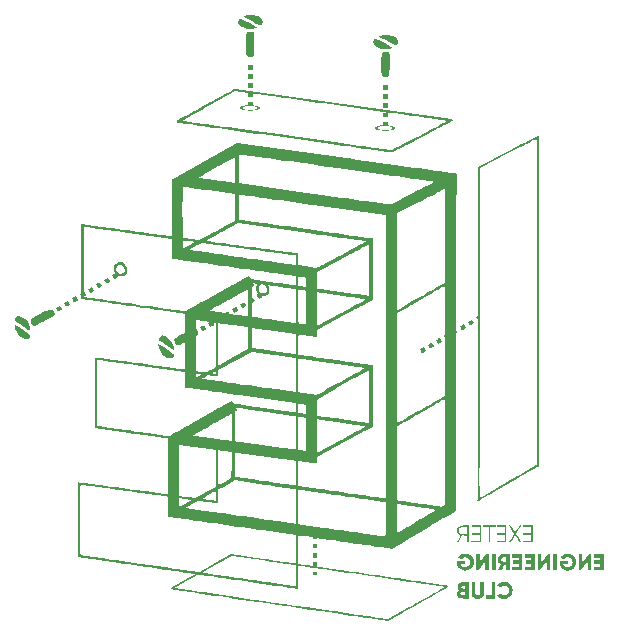
<source format=gbr>
%TF.GenerationSoftware,KiCad,Pcbnew,(6.99.0-4059-gb058ef2d87)*%
%TF.CreationDate,2022-11-01T12:35:59-04:00*%
%TF.ProjectId,rp2040_keyboard,72703230-3430-45f6-9b65-79626f617264,rev?*%
%TF.SameCoordinates,Original*%
%TF.FileFunction,Legend,Bot*%
%TF.FilePolarity,Positive*%
%FSLAX46Y46*%
G04 Gerber Fmt 4.6, Leading zero omitted, Abs format (unit mm)*
G04 Created by KiCad (PCBNEW (6.99.0-4059-gb058ef2d87)) date 2022-11-01 12:35:59*
%MOMM*%
%LPD*%
G01*
G04 APERTURE LIST*
G04 APERTURE END LIST*
%TO.C,G\u002A\u002A\u002A*%
G36*
X152631244Y-121667846D02*
G01*
X152323054Y-121667846D01*
X152323054Y-120280991D01*
X152631244Y-120280991D01*
X152631244Y-121667846D01*
G37*
G36*
X147417695Y-121667846D02*
G01*
X147109505Y-121667846D01*
X147109505Y-120280991D01*
X147417695Y-120280991D01*
X147417695Y-121667846D01*
G37*
G36*
X138300405Y-83323863D02*
G01*
X137915167Y-83323863D01*
X137915167Y-82938625D01*
X138300405Y-82938625D01*
X138300405Y-83323863D01*
G37*
G36*
X138300405Y-82527705D02*
G01*
X137915167Y-82527705D01*
X137915167Y-82142467D01*
X138300405Y-82142467D01*
X138300405Y-82527705D01*
G37*
G36*
X138300405Y-81757230D02*
G01*
X137915167Y-81757230D01*
X137915167Y-81371992D01*
X138300405Y-81371992D01*
X138300405Y-81757230D01*
G37*
G36*
X138300405Y-80961072D02*
G01*
X137915167Y-80961072D01*
X137915167Y-80575834D01*
X138300405Y-80575834D01*
X138300405Y-80961072D01*
G37*
G36*
X132316380Y-122104449D02*
G01*
X131931143Y-122104449D01*
X131931143Y-121770576D01*
X132316380Y-121770576D01*
X132316380Y-122104449D01*
G37*
G36*
X132316380Y-120589181D02*
G01*
X131931143Y-120589181D01*
X131931143Y-120203943D01*
X132316380Y-120203943D01*
X132316380Y-120589181D01*
G37*
G36*
X132316380Y-119793023D02*
G01*
X131931143Y-119793023D01*
X131931143Y-119407786D01*
X132316380Y-119407786D01*
X132316380Y-119793023D01*
G37*
G36*
X126846006Y-80832659D02*
G01*
X126460769Y-80832659D01*
X126460769Y-80447422D01*
X126846006Y-80447422D01*
X126846006Y-80832659D01*
G37*
G36*
X126846006Y-80062184D02*
G01*
X126460769Y-80062184D01*
X126460769Y-79676946D01*
X126846006Y-79676946D01*
X126846006Y-80062184D01*
G37*
G36*
X126846006Y-79266026D02*
G01*
X126460769Y-79266026D01*
X126460769Y-78880789D01*
X126846006Y-78880789D01*
X126846006Y-79266026D01*
G37*
G36*
X147392012Y-124056320D02*
G01*
X146595855Y-124056320D01*
X146595855Y-123748130D01*
X147083822Y-123748130D01*
X147083822Y-122669464D01*
X147392012Y-122669464D01*
X147392012Y-124056320D01*
G37*
G36*
X156586350Y-121667846D02*
G01*
X155713145Y-121667846D01*
X155713145Y-121359656D01*
X156278160Y-121359656D01*
X156278160Y-121102831D01*
X155790192Y-121102831D01*
X155790192Y-120820324D01*
X156278160Y-120820324D01*
X156278160Y-120589181D01*
X155738827Y-120589181D01*
X155738827Y-120280991D01*
X156586350Y-120280991D01*
X156586350Y-121667846D01*
G37*
G36*
X150756421Y-121667846D02*
G01*
X149883215Y-121667846D01*
X149883215Y-121359656D01*
X150448231Y-121359656D01*
X150448231Y-121102831D01*
X149960263Y-121102831D01*
X149960263Y-120820324D01*
X150448231Y-120820324D01*
X150448231Y-120589181D01*
X149908898Y-120589181D01*
X149908898Y-120280991D01*
X150756421Y-120280991D01*
X150756421Y-121667846D01*
G37*
G36*
X149677755Y-121667846D02*
G01*
X148804550Y-121667846D01*
X148804550Y-121359656D01*
X149369565Y-121359656D01*
X149369565Y-121102831D01*
X148881598Y-121102831D01*
X148881598Y-120820324D01*
X149369565Y-120820324D01*
X149369565Y-120589181D01*
X148830233Y-120589181D01*
X148830233Y-120280991D01*
X149677755Y-120280991D01*
X149677755Y-121667846D01*
G37*
G36*
X154768626Y-120653235D02*
G01*
X154775733Y-121025480D01*
X155039424Y-120653235D01*
X155303116Y-120280991D01*
X155533367Y-120280991D01*
X155533367Y-121667846D01*
X155226550Y-121667846D01*
X155212336Y-120916754D01*
X154947459Y-121292300D01*
X154682583Y-121667846D01*
X154454702Y-121667846D01*
X154454702Y-120280991D01*
X154761519Y-120280991D01*
X154768626Y-120653235D01*
G37*
G36*
X151301487Y-120653235D02*
G01*
X151308595Y-121025480D01*
X151572286Y-120653235D01*
X151835977Y-120280991D01*
X152066229Y-120280991D01*
X152066229Y-121667846D01*
X151759412Y-121667846D01*
X151752304Y-121292300D01*
X151745197Y-120916754D01*
X151215445Y-121667846D01*
X150987563Y-121667846D01*
X150987563Y-120280991D01*
X151294380Y-120280991D01*
X151301487Y-120653235D01*
G37*
G36*
X150550961Y-119306328D02*
G01*
X149716279Y-119292214D01*
X149716279Y-119163802D01*
X150069414Y-119156657D01*
X150422548Y-119149511D01*
X150422548Y-118637310D01*
X149780485Y-118637310D01*
X149780485Y-118508898D01*
X150422548Y-118508898D01*
X150422548Y-117995248D01*
X149729120Y-117995248D01*
X149729120Y-117866835D01*
X150550961Y-117866835D01*
X150550961Y-119306328D01*
G37*
G36*
X146087938Y-120653235D02*
G01*
X146095046Y-121025480D01*
X146358737Y-120653235D01*
X146622428Y-120280991D01*
X146852680Y-120280991D01*
X146852680Y-121667846D01*
X146545863Y-121667846D01*
X146538755Y-121292300D01*
X146531648Y-120916754D01*
X146001896Y-121667846D01*
X145774014Y-121667846D01*
X145774014Y-120280991D01*
X146080831Y-120280991D01*
X146087938Y-120653235D01*
G37*
G36*
X146210617Y-119306328D02*
G01*
X145375935Y-119292214D01*
X145375935Y-119163802D01*
X145729070Y-119156657D01*
X146082204Y-119149511D01*
X146082204Y-118637310D01*
X145440142Y-118637310D01*
X145440142Y-118508898D01*
X146082204Y-118508898D01*
X146082204Y-117995248D01*
X145388777Y-117995248D01*
X145388777Y-117866835D01*
X146210617Y-117866835D01*
X146210617Y-119306328D01*
G37*
G36*
X148342265Y-119306328D02*
G01*
X147924924Y-119299271D01*
X147507584Y-119292214D01*
X147507584Y-119163802D01*
X147860718Y-119156657D01*
X148213852Y-119149511D01*
X148213852Y-118637310D01*
X147571790Y-118637310D01*
X147571790Y-118508898D01*
X148213852Y-118508898D01*
X148213852Y-117995248D01*
X147520425Y-117995248D01*
X147520425Y-117866835D01*
X148342265Y-117866835D01*
X148342265Y-119306328D01*
G37*
G36*
X144835220Y-100965000D02*
G01*
X144925828Y-101144922D01*
X144766943Y-101234462D01*
X144760309Y-101238183D01*
X144680763Y-101279961D01*
X144620039Y-101306909D01*
X144590819Y-101313347D01*
X144590513Y-101313144D01*
X144568943Y-101286000D01*
X144530066Y-101227190D01*
X144482083Y-101149096D01*
X144390586Y-100995499D01*
X144478761Y-100943098D01*
X144482918Y-100940628D01*
X144569833Y-100888971D01*
X144655774Y-100837887D01*
X144744613Y-100785077D01*
X144835220Y-100965000D01*
G37*
G36*
X113928947Y-97309589D02*
G01*
X113970305Y-97363931D01*
X114018150Y-97441056D01*
X114108468Y-97599807D01*
X113947694Y-97690411D01*
X113938774Y-97695395D01*
X113859356Y-97735910D01*
X113799031Y-97760072D01*
X113770250Y-97762803D01*
X113752651Y-97736770D01*
X113717151Y-97677522D01*
X113672896Y-97599825D01*
X113592212Y-97455059D01*
X113733326Y-97375420D01*
X113801428Y-97337930D01*
X113866023Y-97304491D01*
X113901135Y-97289043D01*
X113902442Y-97288900D01*
X113928947Y-97309589D01*
G37*
G36*
X145449583Y-100460552D02*
G01*
X145462308Y-100480892D01*
X145504768Y-100549181D01*
X145552546Y-100626410D01*
X145619248Y-100734518D01*
X145446227Y-100836336D01*
X145425322Y-100848443D01*
X145345066Y-100891063D01*
X145284981Y-100916938D01*
X145256770Y-100920846D01*
X145238894Y-100894609D01*
X145203298Y-100835337D01*
X145158915Y-100757470D01*
X145077495Y-100611400D01*
X145136826Y-100574103D01*
X145157696Y-100561033D01*
X145226949Y-100517946D01*
X145304740Y-100469804D01*
X145413323Y-100402803D01*
X145449583Y-100460552D01*
G37*
G36*
X142727238Y-102027185D02*
G01*
X142739962Y-102047525D01*
X142782422Y-102115814D01*
X142830200Y-102193043D01*
X142896902Y-102301151D01*
X142723881Y-102402969D01*
X142702976Y-102415076D01*
X142622720Y-102457696D01*
X142562635Y-102483571D01*
X142534424Y-102487479D01*
X142516549Y-102461242D01*
X142480953Y-102401970D01*
X142436569Y-102324102D01*
X142355149Y-102178033D01*
X142414481Y-102140736D01*
X142435350Y-102127666D01*
X142504604Y-102084579D01*
X142582395Y-102036437D01*
X142690977Y-101969436D01*
X142727238Y-102027185D01*
G37*
G36*
X141366065Y-102797660D02*
G01*
X141378789Y-102818000D01*
X141421249Y-102886289D01*
X141469027Y-102963518D01*
X141535729Y-103071627D01*
X141362708Y-103173444D01*
X141341803Y-103185551D01*
X141261547Y-103228172D01*
X141201462Y-103254047D01*
X141173251Y-103257955D01*
X141155376Y-103231717D01*
X141119780Y-103172445D01*
X141075396Y-103094578D01*
X140993976Y-102948508D01*
X141053308Y-102911211D01*
X141074177Y-102898142D01*
X141143431Y-102855054D01*
X141221222Y-102806912D01*
X141329804Y-102739911D01*
X141366065Y-102797660D01*
G37*
G36*
X111208560Y-98850946D02*
G01*
X111229899Y-98878274D01*
X111268602Y-98937208D01*
X111316603Y-99015490D01*
X111408808Y-99170275D01*
X111236457Y-99257766D01*
X111220860Y-99265581D01*
X111138593Y-99303205D01*
X111076735Y-99325633D01*
X111047670Y-99328241D01*
X111030114Y-99302665D01*
X110994702Y-99243862D01*
X110950503Y-99166373D01*
X110869771Y-99021523D01*
X111030823Y-98931064D01*
X111039279Y-98926340D01*
X111118975Y-98884508D01*
X111179432Y-98857388D01*
X111208136Y-98850655D01*
X111208560Y-98850946D01*
G37*
G36*
X147417695Y-117931042D02*
G01*
X147415747Y-117961887D01*
X147403112Y-117980969D01*
X147369622Y-117990896D01*
X147305105Y-117994658D01*
X147199393Y-117995248D01*
X146981092Y-117995248D01*
X146981092Y-119308467D01*
X146910465Y-119300341D01*
X146839838Y-119292214D01*
X146832977Y-118643731D01*
X146826115Y-117995248D01*
X146608255Y-117995248D01*
X146503997Y-117994682D01*
X146439027Y-117990978D01*
X146405222Y-117981137D01*
X146392405Y-117962158D01*
X146390394Y-117931042D01*
X146390394Y-117866835D01*
X147417695Y-117866835D01*
X147417695Y-117931042D01*
G37*
G36*
X142027843Y-102394448D02*
G01*
X142067884Y-102449522D01*
X142115283Y-102527027D01*
X142206072Y-102686613D01*
X142095958Y-102754527D01*
X142060621Y-102776376D01*
X141986951Y-102822244D01*
X141934479Y-102855325D01*
X141898520Y-102873925D01*
X141867174Y-102878768D01*
X141866802Y-102878524D01*
X141845722Y-102851683D01*
X141807230Y-102793143D01*
X141759379Y-102715129D01*
X141667525Y-102560932D01*
X141823455Y-102469544D01*
X141826840Y-102467562D01*
X141907062Y-102421675D01*
X141969876Y-102387677D01*
X142001940Y-102372799D01*
X142003189Y-102372731D01*
X142027843Y-102394448D01*
G37*
G36*
X126227368Y-99080034D02*
G01*
X126263763Y-99146458D01*
X126297265Y-99212232D01*
X126312777Y-99249065D01*
X126312924Y-99250315D01*
X126293217Y-99279110D01*
X126240498Y-99323835D01*
X126165420Y-99375361D01*
X126158614Y-99379605D01*
X126081670Y-99423885D01*
X126023020Y-99451217D01*
X125994889Y-99455830D01*
X125976976Y-99430066D01*
X125941390Y-99371226D01*
X125897034Y-99293567D01*
X125815614Y-99147497D01*
X125874946Y-99110200D01*
X125894936Y-99097680D01*
X125963962Y-99054736D01*
X126041486Y-99006768D01*
X126148695Y-98940634D01*
X126227368Y-99080034D01*
G37*
G36*
X125494275Y-99381887D02*
G01*
X125507261Y-99402645D01*
X125549793Y-99471050D01*
X125597658Y-99548411D01*
X125664781Y-99657186D01*
X125555545Y-99724545D01*
X125521159Y-99745803D01*
X125447543Y-99791630D01*
X125394945Y-99824789D01*
X125358985Y-99843389D01*
X125327639Y-99848232D01*
X125327216Y-99847951D01*
X125306034Y-99820915D01*
X125267460Y-99762220D01*
X125219531Y-99684066D01*
X125127363Y-99529343D01*
X125184106Y-99493741D01*
X125204591Y-99480935D01*
X125272405Y-99438788D01*
X125349432Y-99391139D01*
X125458014Y-99324138D01*
X125494275Y-99381887D01*
G37*
G36*
X122765963Y-100930545D02*
G01*
X122806004Y-100985619D01*
X122853403Y-101063125D01*
X122944191Y-101222710D01*
X122834077Y-101290624D01*
X122798741Y-101312474D01*
X122725071Y-101358341D01*
X122672599Y-101391422D01*
X122636639Y-101410022D01*
X122605293Y-101414865D01*
X122604921Y-101414621D01*
X122583842Y-101387780D01*
X122545350Y-101329240D01*
X122497499Y-101251226D01*
X122405644Y-101097029D01*
X122561574Y-101005641D01*
X122564959Y-101003659D01*
X122645182Y-100957772D01*
X122707995Y-100923774D01*
X122740059Y-100908896D01*
X122741309Y-100908828D01*
X122765963Y-100930545D01*
G37*
G36*
X114630574Y-96916366D02*
G01*
X114643560Y-96937124D01*
X114686092Y-97005529D01*
X114733958Y-97082890D01*
X114801080Y-97191665D01*
X114691844Y-97259024D01*
X114657458Y-97280282D01*
X114583842Y-97326110D01*
X114531244Y-97359269D01*
X114495284Y-97377869D01*
X114463939Y-97382711D01*
X114463516Y-97382430D01*
X114442333Y-97355394D01*
X114403760Y-97296699D01*
X114355830Y-97218545D01*
X114263662Y-97063822D01*
X114320405Y-97028221D01*
X114340891Y-97015414D01*
X114408704Y-96973267D01*
X114485731Y-96925618D01*
X114594314Y-96858617D01*
X114630574Y-96916366D01*
G37*
G36*
X113269401Y-97712524D02*
G01*
X113282387Y-97733282D01*
X113324919Y-97801687D01*
X113372785Y-97879048D01*
X113439907Y-97987823D01*
X113330672Y-98055182D01*
X113296285Y-98076440D01*
X113222669Y-98122267D01*
X113170071Y-98155426D01*
X113134112Y-98174026D01*
X113102766Y-98178869D01*
X113102343Y-98178588D01*
X113081160Y-98151552D01*
X113042587Y-98092857D01*
X112994657Y-98014703D01*
X112902489Y-97859980D01*
X112959233Y-97824378D01*
X112979718Y-97811572D01*
X113047531Y-97769425D01*
X113124558Y-97721776D01*
X113233141Y-97654775D01*
X113269401Y-97712524D01*
G37*
G36*
X111902262Y-98465025D02*
G01*
X111942303Y-98520099D01*
X111989702Y-98597604D01*
X112080490Y-98757189D01*
X111970377Y-98825103D01*
X111935040Y-98846953D01*
X111861370Y-98892820D01*
X111808898Y-98925902D01*
X111772939Y-98944502D01*
X111741593Y-98949344D01*
X111741221Y-98949100D01*
X111720141Y-98922259D01*
X111681649Y-98863719D01*
X111633798Y-98785705D01*
X111541944Y-98631508D01*
X111697873Y-98540120D01*
X111701259Y-98538138D01*
X111781481Y-98492251D01*
X111844295Y-98458253D01*
X111876358Y-98443375D01*
X111877608Y-98443307D01*
X111902262Y-98465025D01*
G37*
G36*
X110541089Y-99261182D02*
G01*
X110581130Y-99316256D01*
X110628529Y-99393762D01*
X110719318Y-99553347D01*
X110609204Y-99621261D01*
X110573867Y-99643111D01*
X110500197Y-99688978D01*
X110447725Y-99722059D01*
X110411766Y-99740659D01*
X110380420Y-99745502D01*
X110380048Y-99745258D01*
X110358968Y-99718417D01*
X110320476Y-99659877D01*
X110272625Y-99581863D01*
X110180771Y-99427666D01*
X110336700Y-99336278D01*
X110340086Y-99334296D01*
X110420308Y-99288409D01*
X110483122Y-99254411D01*
X110515185Y-99239533D01*
X110516435Y-99239465D01*
X110541089Y-99261182D01*
G37*
G36*
X138254437Y-76320100D02*
G01*
X138435723Y-76350417D01*
X138614443Y-76400804D01*
X138780837Y-76467190D01*
X138925146Y-76545506D01*
X139037610Y-76631683D01*
X139108470Y-76721653D01*
X139141072Y-76810817D01*
X139154921Y-76933456D01*
X139139260Y-77050679D01*
X139094698Y-77143756D01*
X139060730Y-77177450D01*
X138978246Y-77209278D01*
X138872415Y-77197065D01*
X138741714Y-77140799D01*
X138696208Y-77115849D01*
X138575138Y-77048470D01*
X138438268Y-76971211D01*
X138292321Y-76887981D01*
X138144021Y-76802685D01*
X138000090Y-76719233D01*
X137867252Y-76641530D01*
X137752230Y-76573486D01*
X137661748Y-76519006D01*
X137602528Y-76482000D01*
X137581294Y-76466373D01*
X137581987Y-76461227D01*
X137613176Y-76428362D01*
X137682842Y-76394686D01*
X137780088Y-76363254D01*
X137894013Y-76337122D01*
X138013721Y-76319347D01*
X138128312Y-76312984D01*
X138254437Y-76320100D01*
G37*
G36*
X126942628Y-74647576D02*
G01*
X127146645Y-74696765D01*
X127334997Y-74768412D01*
X127496422Y-74859656D01*
X127619655Y-74967638D01*
X127668959Y-75046868D01*
X127702065Y-75159780D01*
X127708044Y-75278899D01*
X127686351Y-75387969D01*
X127636446Y-75470733D01*
X127619672Y-75485633D01*
X127569176Y-75510933D01*
X127505065Y-75514687D01*
X127421715Y-75495216D01*
X127313502Y-75450840D01*
X127174802Y-75379880D01*
X126999992Y-75280656D01*
X126942874Y-75247321D01*
X126789050Y-75158157D01*
X126633351Y-75068649D01*
X126491147Y-74987610D01*
X126377812Y-74923857D01*
X126321363Y-74892333D01*
X126232425Y-74841047D01*
X126179373Y-74805870D01*
X126155889Y-74781169D01*
X126155654Y-74761310D01*
X126172352Y-74740661D01*
X126213508Y-74714572D01*
X126290730Y-74682328D01*
X126383721Y-74653729D01*
X126532656Y-74628017D01*
X126734211Y-74623706D01*
X126942628Y-74647576D01*
G37*
G36*
X119334450Y-101796965D02*
G01*
X119488539Y-101852946D01*
X119588490Y-101911411D01*
X119726644Y-102016571D01*
X119860795Y-102142019D01*
X119976622Y-102274064D01*
X120059800Y-102399013D01*
X120094642Y-102470306D01*
X120148796Y-102608638D01*
X120188271Y-102746627D01*
X120209230Y-102869656D01*
X120207840Y-102963112D01*
X120191854Y-103048324D01*
X120032530Y-102941092D01*
X120007418Y-102924096D01*
X119923672Y-102866850D01*
X119810113Y-102788733D01*
X119675311Y-102695658D01*
X119527833Y-102593537D01*
X119376251Y-102488282D01*
X119326813Y-102453895D01*
X119181007Y-102352097D01*
X119071160Y-102274026D01*
X118992413Y-102215396D01*
X118939906Y-102171919D01*
X118908779Y-102139308D01*
X118894171Y-102113276D01*
X118891224Y-102089534D01*
X118895077Y-102063796D01*
X118916381Y-101989672D01*
X118981418Y-101882461D01*
X119076021Y-101813452D01*
X119195321Y-101784377D01*
X119334450Y-101796965D01*
G37*
G36*
X106733169Y-100844640D02*
G01*
X106766866Y-100865895D01*
X106836543Y-100911330D01*
X106936629Y-100977266D01*
X107061554Y-101060023D01*
X107205746Y-101155922D01*
X107363634Y-101261284D01*
X107504451Y-101355789D01*
X107677443Y-101474146D01*
X107812446Y-101571145D01*
X107912618Y-101650524D01*
X107981119Y-101716024D01*
X108021107Y-101771384D01*
X108035742Y-101820343D01*
X108028182Y-101866642D01*
X108001587Y-101914020D01*
X107959115Y-101966217D01*
X107902335Y-102016491D01*
X107828109Y-102061521D01*
X107728024Y-102090611D01*
X107589474Y-102086107D01*
X107435886Y-102034238D01*
X107281158Y-101940564D01*
X107124363Y-101803444D01*
X106980697Y-101636420D01*
X106859409Y-101450300D01*
X106769749Y-101255892D01*
X106745505Y-101174775D01*
X106725878Y-101079943D01*
X106713525Y-100987507D01*
X106709559Y-100909371D01*
X106715091Y-100857439D01*
X106731235Y-100843613D01*
X106733169Y-100844640D01*
G37*
G36*
X137260399Y-76621165D02*
G01*
X137297409Y-76636302D01*
X137370693Y-76672630D01*
X137473457Y-76726357D01*
X137598910Y-76793688D01*
X137740260Y-76870830D01*
X137890713Y-76953988D01*
X138043477Y-77039369D01*
X138191761Y-77123180D01*
X138328771Y-77201626D01*
X138447715Y-77270914D01*
X138541800Y-77327251D01*
X138604235Y-77366841D01*
X138628227Y-77385893D01*
X138628899Y-77392787D01*
X138603422Y-77424664D01*
X138541011Y-77459908D01*
X138452605Y-77494110D01*
X138349139Y-77522863D01*
X138241553Y-77541756D01*
X138083043Y-77551212D01*
X137825896Y-77527424D01*
X137579872Y-77456279D01*
X137352847Y-77339567D01*
X137316086Y-77314915D01*
X137180418Y-77201266D01*
X137094246Y-77084209D01*
X137058194Y-76964844D01*
X137072884Y-76844275D01*
X137077672Y-76831252D01*
X137114986Y-76760965D01*
X137165687Y-76692747D01*
X137217625Y-76641206D01*
X137258647Y-76620951D01*
X137260399Y-76621165D01*
G37*
G36*
X125863506Y-74964057D02*
G01*
X125945141Y-74997012D01*
X126054369Y-75050474D01*
X126197044Y-75125767D01*
X126379021Y-75224217D01*
X126478757Y-75278458D01*
X126638200Y-75365650D01*
X126785350Y-75446685D01*
X126911979Y-75517005D01*
X127009857Y-75572053D01*
X127070757Y-75607273D01*
X127143562Y-75652605D01*
X127178455Y-75681841D01*
X127181920Y-75703802D01*
X127160646Y-75727428D01*
X127135784Y-75745602D01*
X127042235Y-75788769D01*
X126915649Y-75824311D01*
X126769153Y-75848177D01*
X126721065Y-75852445D01*
X126474784Y-75845025D01*
X126229229Y-75791869D01*
X125995783Y-75696295D01*
X125785830Y-75561619D01*
X125759647Y-75539714D01*
X125666753Y-75429702D01*
X125618517Y-75308469D01*
X125616768Y-75183469D01*
X125663333Y-75062155D01*
X125664358Y-75060472D01*
X125695831Y-75010782D01*
X125725628Y-74974969D01*
X125759604Y-74954361D01*
X125803612Y-74950281D01*
X125863506Y-74964057D01*
G37*
G36*
X118914226Y-102520535D02*
G01*
X118949125Y-102533660D01*
X119002838Y-102562257D01*
X119080132Y-102608959D01*
X119185774Y-102676398D01*
X119324527Y-102767207D01*
X119501158Y-102884016D01*
X119517973Y-102895172D01*
X119675783Y-103000862D01*
X119820493Y-103099491D01*
X119946124Y-103186853D01*
X120046693Y-103258745D01*
X120116219Y-103310960D01*
X120148721Y-103339293D01*
X120166481Y-103365111D01*
X120191873Y-103453511D01*
X120171949Y-103544386D01*
X120109946Y-103629365D01*
X120009103Y-103700079D01*
X119919597Y-103730357D01*
X119786222Y-103732489D01*
X119643387Y-103693756D01*
X119496841Y-103617983D01*
X119352331Y-103508993D01*
X119215606Y-103370613D01*
X119092414Y-103206667D01*
X118988503Y-103020979D01*
X118972239Y-102985372D01*
X118919830Y-102849224D01*
X118884720Y-102721522D01*
X118869682Y-102614289D01*
X118877489Y-102539552D01*
X118881813Y-102530175D01*
X118893378Y-102520251D01*
X118914226Y-102520535D01*
G37*
G36*
X107140140Y-100136007D02*
G01*
X107268304Y-100181565D01*
X107424803Y-100267934D01*
X107579317Y-100381348D01*
X107718419Y-100511796D01*
X107828682Y-100649270D01*
X107882667Y-100741631D01*
X107939285Y-100863720D01*
X107986865Y-100992230D01*
X108022492Y-101116754D01*
X108043249Y-101226885D01*
X108046221Y-101312217D01*
X108028490Y-101362342D01*
X108024590Y-101365908D01*
X108013527Y-101371027D01*
X107996314Y-101369163D01*
X107968450Y-101357523D01*
X107925432Y-101333312D01*
X107862760Y-101293734D01*
X107775933Y-101235994D01*
X107660450Y-101157298D01*
X107511808Y-101054851D01*
X107325508Y-100925858D01*
X107283406Y-100896678D01*
X107114289Y-100779211D01*
X106982092Y-100686451D01*
X106882425Y-100614717D01*
X106810897Y-100560328D01*
X106763115Y-100519604D01*
X106734690Y-100488866D01*
X106721230Y-100464433D01*
X106718344Y-100442624D01*
X106721640Y-100419759D01*
X106745359Y-100346892D01*
X106814281Y-100245797D01*
X106910874Y-100171648D01*
X107023404Y-100132400D01*
X107140140Y-100136007D01*
G37*
G36*
X148316583Y-121667846D02*
G01*
X148316583Y-121205561D01*
X148240074Y-121205561D01*
X148203512Y-121209446D01*
X148171098Y-121226529D01*
X148135985Y-121264784D01*
X148090873Y-121332185D01*
X148028462Y-121436704D01*
X147893358Y-121667846D01*
X147566887Y-121667846D01*
X147649653Y-121520172D01*
X147689605Y-121449223D01*
X147746228Y-121349529D01*
X147792459Y-121269045D01*
X147852499Y-121165593D01*
X147751882Y-121070838D01*
X147728297Y-121047068D01*
X147647076Y-120926158D01*
X147609248Y-120793128D01*
X147611802Y-120708807D01*
X147913232Y-120708807D01*
X147915786Y-120774634D01*
X147934782Y-120839176D01*
X147960325Y-120888503D01*
X147974728Y-120899386D01*
X148042081Y-120916991D01*
X148152791Y-120923054D01*
X148316583Y-120923054D01*
X148316583Y-120563499D01*
X148174161Y-120563499D01*
X148158407Y-120563571D01*
X148072960Y-120569451D01*
X148015465Y-120589277D01*
X147965831Y-120629407D01*
X147943316Y-120653610D01*
X147913232Y-120708807D01*
X147611802Y-120708807D01*
X147613349Y-120657717D01*
X147657915Y-120529660D01*
X147741482Y-120418695D01*
X147862585Y-120334560D01*
X147917297Y-120311534D01*
X147976759Y-120296013D01*
X148052383Y-120286708D01*
X148155892Y-120282180D01*
X148299009Y-120280991D01*
X148624773Y-120280991D01*
X148624773Y-121667846D01*
X148316583Y-121667846D01*
G37*
G36*
X109860288Y-99585935D02*
G01*
X109911628Y-99603587D01*
X109962885Y-99640864D01*
X109996537Y-99675084D01*
X110055922Y-99773987D01*
X110088954Y-99887464D01*
X110087812Y-99993441D01*
X110074420Y-100032345D01*
X110046864Y-100074865D01*
X110001660Y-100120701D01*
X109934696Y-100172518D01*
X109841861Y-100232983D01*
X109719043Y-100304759D01*
X109562131Y-100390512D01*
X109367014Y-100492908D01*
X109129580Y-100614611D01*
X109019790Y-100670262D01*
X108846055Y-100757469D01*
X108689453Y-100835030D01*
X108555693Y-100900175D01*
X108450483Y-100950136D01*
X108379533Y-100982143D01*
X108348553Y-100993428D01*
X108322996Y-100987462D01*
X108263739Y-100939534D01*
X108196985Y-100846283D01*
X108125270Y-100710920D01*
X108078365Y-100600780D01*
X108051246Y-100498716D01*
X108055791Y-100424362D01*
X108091355Y-100371272D01*
X108101852Y-100363960D01*
X108154957Y-100333041D01*
X108245191Y-100283674D01*
X108366619Y-100219006D01*
X108513302Y-100142183D01*
X108679305Y-100056352D01*
X108858689Y-99964658D01*
X108952796Y-99916888D01*
X109140685Y-99822187D01*
X109291272Y-99747712D01*
X109410300Y-99690978D01*
X109503515Y-99649500D01*
X109576660Y-99620794D01*
X109635480Y-99602376D01*
X109685719Y-99591761D01*
X109733122Y-99586465D01*
X109789053Y-99583216D01*
X109860288Y-99585935D01*
G37*
G36*
X126660012Y-76094237D02*
G01*
X126718762Y-76094649D01*
X126838244Y-76099815D01*
X126916084Y-76111555D01*
X126959090Y-76130696D01*
X126964040Y-76135282D01*
X126974689Y-76151092D01*
X126983085Y-76177258D01*
X126989424Y-76218907D01*
X126993900Y-76281163D01*
X126996707Y-76369152D01*
X126998040Y-76488000D01*
X126998094Y-76642832D01*
X126997063Y-76838773D01*
X126995141Y-77080949D01*
X126993329Y-77277645D01*
X126990481Y-77501806D01*
X126986423Y-77683336D01*
X126980336Y-77827248D01*
X126971402Y-77938556D01*
X126958805Y-78022277D01*
X126941727Y-78083423D01*
X126919349Y-78127010D01*
X126890853Y-78158052D01*
X126855423Y-78181563D01*
X126812241Y-78202558D01*
X126721287Y-78227591D01*
X126608741Y-78230041D01*
X126503003Y-78208017D01*
X126424235Y-78163548D01*
X126409831Y-78149218D01*
X126380164Y-78111789D01*
X126355786Y-78065095D01*
X126336272Y-78004459D01*
X126321199Y-77925207D01*
X126310142Y-77822664D01*
X126302676Y-77692153D01*
X126298379Y-77528999D01*
X126296826Y-77328528D01*
X126297591Y-77086063D01*
X126300253Y-76796930D01*
X126301292Y-76697277D01*
X126303768Y-76510434D01*
X126308839Y-76366736D01*
X126319398Y-76260533D01*
X126338337Y-76186173D01*
X126368551Y-76138006D01*
X126412932Y-76110380D01*
X126474373Y-76097644D01*
X126555769Y-76094147D01*
X126660012Y-76094237D01*
G37*
G36*
X145696967Y-123153968D02*
G01*
X145697279Y-123316865D01*
X145698761Y-123445807D01*
X145702171Y-123538669D01*
X145708263Y-123603293D01*
X145717794Y-123647519D01*
X145731520Y-123679188D01*
X145750196Y-123706142D01*
X145776427Y-123735237D01*
X145830638Y-123765789D01*
X145911418Y-123773812D01*
X145931182Y-123773196D01*
X146014051Y-123759617D01*
X146076490Y-123733832D01*
X146087719Y-123725600D01*
X146104333Y-123708737D01*
X146116356Y-123683549D01*
X146124530Y-123642861D01*
X146129597Y-123579501D01*
X146132298Y-123486296D01*
X146133375Y-123356073D01*
X146133569Y-123181658D01*
X146133569Y-122669464D01*
X146471931Y-122669464D01*
X146463015Y-123202376D01*
X146462564Y-123228775D01*
X146458644Y-123410944D01*
X146453702Y-123549717D01*
X146447145Y-123652167D01*
X146438379Y-123725371D01*
X146426811Y-123776402D01*
X146411846Y-123812336D01*
X146379623Y-123864042D01*
X146271388Y-123974187D01*
X146129892Y-124045201D01*
X146087113Y-124057449D01*
X145929767Y-124076394D01*
X145776068Y-124058360D01*
X145636592Y-124006852D01*
X145521914Y-123925374D01*
X145442608Y-123817431D01*
X145442570Y-123817351D01*
X145424109Y-123775352D01*
X145410404Y-123730985D01*
X145400756Y-123676087D01*
X145394468Y-123602489D01*
X145390841Y-123502027D01*
X145389176Y-123366535D01*
X145388777Y-123187847D01*
X145388777Y-122669464D01*
X145696967Y-122669464D01*
X145696967Y-123153968D01*
G37*
G36*
X138123411Y-77789282D02*
G01*
X138218117Y-77789868D01*
X138306575Y-77793407D01*
X138362614Y-77801807D01*
X138397020Y-77816932D01*
X138420579Y-77840647D01*
X138427451Y-77851856D01*
X138436538Y-77878381D01*
X138443455Y-77920065D01*
X138448353Y-77982078D01*
X138451383Y-78069592D01*
X138452693Y-78187776D01*
X138452435Y-78341802D01*
X138450759Y-78536839D01*
X138447814Y-78778059D01*
X138447786Y-78780196D01*
X138444088Y-79041043D01*
X138439847Y-79255521D01*
X138433976Y-79428587D01*
X138425385Y-79565197D01*
X138412987Y-79670307D01*
X138395692Y-79748873D01*
X138372412Y-79805853D01*
X138342059Y-79846201D01*
X138303544Y-79874875D01*
X138255779Y-79896831D01*
X138197675Y-79917025D01*
X138105592Y-79933420D01*
X137989699Y-79919162D01*
X137893169Y-79868725D01*
X137885273Y-79862019D01*
X137849514Y-79828584D01*
X137820594Y-79792289D01*
X137797851Y-79747748D01*
X137780624Y-79689570D01*
X137768248Y-79612368D01*
X137760064Y-79510752D01*
X137755407Y-79379333D01*
X137753616Y-79212724D01*
X137754029Y-79005534D01*
X137755984Y-78752376D01*
X137756913Y-78638009D01*
X137758573Y-78410688D01*
X137761069Y-78227803D01*
X137766233Y-78084554D01*
X137775898Y-77976139D01*
X137791894Y-77897757D01*
X137816053Y-77844606D01*
X137850207Y-77811886D01*
X137896189Y-77794795D01*
X137955829Y-77788531D01*
X138030959Y-77788294D01*
X138123411Y-77789282D01*
G37*
G36*
X148383303Y-122680048D02*
G01*
X148538190Y-122753621D01*
X148669512Y-122861311D01*
X148771050Y-122998858D01*
X148836583Y-123162000D01*
X148859890Y-123346475D01*
X148842766Y-123527436D01*
X148783301Y-123703213D01*
X148682266Y-123849293D01*
X148540695Y-123964229D01*
X148359622Y-124046574D01*
X148290905Y-124062998D01*
X148143763Y-124071863D01*
X147989513Y-124054297D01*
X147851096Y-124011865D01*
X147791765Y-123980080D01*
X147714328Y-123926722D01*
X147643497Y-123867527D01*
X147591806Y-123813158D01*
X147571790Y-123774277D01*
X147580870Y-123760789D01*
X147623618Y-123726310D01*
X147689586Y-123683977D01*
X147807382Y-123614944D01*
X147862943Y-123666985D01*
X147909458Y-123704275D01*
X148030822Y-123759983D01*
X148162261Y-123774711D01*
X148291869Y-123749942D01*
X148407738Y-123687160D01*
X148497962Y-123587849D01*
X148503618Y-123578587D01*
X148531514Y-123516482D01*
X148543238Y-123442396D01*
X148542187Y-123337069D01*
X148533425Y-123252818D01*
X148491702Y-123120047D01*
X148416671Y-123026161D01*
X148307578Y-122970391D01*
X148163670Y-122951972D01*
X148065351Y-122959938D01*
X147943214Y-122998496D01*
X147855865Y-123065654D01*
X147841154Y-123080526D01*
X147813986Y-123088375D01*
X147770559Y-123074151D01*
X147697246Y-123035245D01*
X147645635Y-123004188D01*
X147592446Y-122965879D01*
X147571816Y-122941575D01*
X147573403Y-122932789D01*
X147603886Y-122887788D01*
X147663721Y-122830720D01*
X147740486Y-122771423D01*
X147821761Y-122719735D01*
X147895127Y-122685493D01*
X148027715Y-122652303D01*
X148211072Y-122644855D01*
X148383303Y-122680048D01*
G37*
G36*
X144830182Y-124055192D02*
G01*
X144762770Y-124054567D01*
X144583928Y-124046849D01*
X144446463Y-124028127D01*
X144343192Y-123995472D01*
X144266933Y-123945955D01*
X144210501Y-123876646D01*
X144166714Y-123784616D01*
X144166384Y-123783748D01*
X144137899Y-123647607D01*
X144145731Y-123602262D01*
X144443213Y-123602262D01*
X144453634Y-123665439D01*
X144459693Y-123681764D01*
X144477653Y-123711758D01*
X144509278Y-123728850D01*
X144567132Y-123737666D01*
X144663778Y-123742834D01*
X144849444Y-123750380D01*
X144849444Y-123491304D01*
X144686488Y-123491304D01*
X144657277Y-123491502D01*
X144569992Y-123497082D01*
X144514732Y-123513144D01*
X144476344Y-123543447D01*
X144470445Y-123550157D01*
X144443213Y-123602262D01*
X144145731Y-123602262D01*
X144159588Y-123522032D01*
X144231310Y-123407847D01*
X144303850Y-123326660D01*
X144249195Y-123252736D01*
X144212664Y-123180028D01*
X144199534Y-123103456D01*
X144489918Y-123103456D01*
X144530247Y-123168439D01*
X144532538Y-123170623D01*
X144597992Y-123199209D01*
X144710025Y-123208797D01*
X144849444Y-123208797D01*
X144849444Y-122951972D01*
X144712171Y-122951972D01*
X144623139Y-122961070D01*
X144541741Y-122993374D01*
X144495541Y-123042968D01*
X144489918Y-123103456D01*
X144199534Y-123103456D01*
X144193420Y-123067802D01*
X144204998Y-122953699D01*
X144247492Y-122859133D01*
X144267177Y-122833249D01*
X144318298Y-122774317D01*
X144371284Y-122732763D01*
X144436034Y-122705268D01*
X144522448Y-122688512D01*
X144640423Y-122679176D01*
X144799859Y-122673944D01*
X145157634Y-122665582D01*
X145157634Y-124056320D01*
X144830182Y-124055192D01*
G37*
G36*
X145094269Y-119305056D02*
G01*
X145071676Y-119304273D01*
X145051623Y-119296318D01*
X145038953Y-119272363D01*
X145031506Y-119223572D01*
X145027123Y-119141106D01*
X145023642Y-119016127D01*
X145016380Y-118727199D01*
X144605460Y-118713659D01*
X144437921Y-119002937D01*
X144425960Y-119023546D01*
X144357240Y-119139016D01*
X144306023Y-119217291D01*
X144266605Y-119265510D01*
X144233285Y-119290814D01*
X144200358Y-119300341D01*
X144152165Y-119299030D01*
X144130334Y-119283468D01*
X144141643Y-119255046D01*
X144174576Y-119191471D01*
X144223920Y-119102879D01*
X144284429Y-118998955D01*
X144342533Y-118899653D01*
X144392304Y-118811660D01*
X144425930Y-118748795D01*
X144438206Y-118720478D01*
X144435204Y-118713844D01*
X144402730Y-118682744D01*
X144346136Y-118642065D01*
X144321440Y-118624650D01*
X144231102Y-118526302D01*
X144178922Y-118405863D01*
X144168696Y-118298879D01*
X144310111Y-118298879D01*
X144315278Y-118369813D01*
X144340643Y-118432560D01*
X144397432Y-118498625D01*
X144484752Y-118585945D01*
X145029222Y-118585945D01*
X145029222Y-117995248D01*
X144783962Y-117995248D01*
X144715162Y-117996331D01*
X144557517Y-118011351D01*
X144442624Y-118046275D01*
X144366049Y-118103943D01*
X144323357Y-118187197D01*
X144310111Y-118298879D01*
X144168696Y-118298879D01*
X144166416Y-118275020D01*
X144195104Y-118145457D01*
X144266502Y-118028862D01*
X144315268Y-117977915D01*
X144377742Y-117930238D01*
X144450900Y-117898175D01*
X144544873Y-117878842D01*
X144669789Y-117869356D01*
X144835778Y-117866835D01*
X145157634Y-117866835D01*
X145157634Y-119305056D01*
X145094269Y-119305056D01*
G37*
G36*
X153562977Y-120268511D02*
G01*
X153667323Y-120271751D01*
X153743491Y-120282778D01*
X153809947Y-120305516D01*
X153885155Y-120343886D01*
X153936830Y-120375242D01*
X154075108Y-120494255D01*
X154174749Y-120637307D01*
X154235392Y-120796573D01*
X154256680Y-120964227D01*
X154238252Y-121132445D01*
X154179749Y-121293399D01*
X154080812Y-121439266D01*
X153941082Y-121562220D01*
X153899902Y-121587900D01*
X153805971Y-121635215D01*
X153722750Y-121664571D01*
X153693604Y-121670860D01*
X153497545Y-121688463D01*
X153317345Y-121662953D01*
X153158217Y-121598116D01*
X153025376Y-121497738D01*
X152924034Y-121365603D01*
X152859405Y-121205498D01*
X152836704Y-121021209D01*
X152836704Y-120897371D01*
X153530132Y-120897371D01*
X153530132Y-121154196D01*
X153143575Y-121154196D01*
X153181627Y-121227781D01*
X153187520Y-121238374D01*
X153259355Y-121313122D01*
X153362980Y-121362354D01*
X153485698Y-121383669D01*
X153614811Y-121374664D01*
X153737622Y-121332938D01*
X153769049Y-121315462D01*
X153866227Y-121231201D01*
X153922633Y-121119044D01*
X153940860Y-120974419D01*
X153932342Y-120875047D01*
X153885985Y-120743816D01*
X153802186Y-120645967D01*
X153684198Y-120584795D01*
X153535277Y-120563595D01*
X153431373Y-120572072D01*
X153310638Y-120609985D01*
X153225368Y-120674941D01*
X153217263Y-120683766D01*
X153190845Y-120695903D01*
X153149759Y-120685125D01*
X153079807Y-120648891D01*
X153039137Y-120625274D01*
X152980908Y-120587650D01*
X152952335Y-120563596D01*
X152956950Y-120537322D01*
X152993724Y-120489203D01*
X153054326Y-120431331D01*
X153128414Y-120373437D01*
X153205647Y-120325252D01*
X153247747Y-120305051D01*
X153318836Y-120282893D01*
X153407349Y-120271678D01*
X153530132Y-120268458D01*
X153562977Y-120268511D01*
G37*
G36*
X144882290Y-120268511D02*
G01*
X144986635Y-120271751D01*
X145062803Y-120282778D01*
X145129259Y-120305516D01*
X145204467Y-120343886D01*
X145256142Y-120375242D01*
X145394421Y-120494255D01*
X145494061Y-120637307D01*
X145554705Y-120796573D01*
X145575992Y-120964227D01*
X145557564Y-121132445D01*
X145499061Y-121293399D01*
X145400125Y-121439266D01*
X145260395Y-121562220D01*
X145219215Y-121587900D01*
X145125283Y-121635215D01*
X145042063Y-121664571D01*
X145012916Y-121670860D01*
X144816858Y-121688463D01*
X144636657Y-121662953D01*
X144477530Y-121598116D01*
X144344688Y-121497738D01*
X144243346Y-121365603D01*
X144178718Y-121205498D01*
X144156016Y-121021209D01*
X144156016Y-120897371D01*
X144849444Y-120897371D01*
X144849444Y-121154196D01*
X144462887Y-121154196D01*
X144500939Y-121227781D01*
X144506832Y-121238374D01*
X144578667Y-121313122D01*
X144682293Y-121362354D01*
X144805011Y-121383669D01*
X144934124Y-121374664D01*
X145056935Y-121332938D01*
X145088362Y-121315462D01*
X145185539Y-121231201D01*
X145241946Y-121119044D01*
X145260172Y-120974419D01*
X145251655Y-120875047D01*
X145205297Y-120743816D01*
X145121498Y-120645967D01*
X145003511Y-120584795D01*
X144854589Y-120563595D01*
X144750685Y-120572072D01*
X144629950Y-120609985D01*
X144544681Y-120674941D01*
X144536575Y-120683766D01*
X144510157Y-120695903D01*
X144469071Y-120685125D01*
X144399119Y-120648891D01*
X144358449Y-120625274D01*
X144300220Y-120587650D01*
X144271648Y-120563596D01*
X144276263Y-120537322D01*
X144313037Y-120489203D01*
X144373639Y-120431331D01*
X144447727Y-120373437D01*
X144524960Y-120325252D01*
X144567059Y-120305051D01*
X144638149Y-120282893D01*
X144726661Y-120271678D01*
X144849444Y-120268458D01*
X144882290Y-120268511D01*
G37*
G36*
X149573720Y-117869539D02*
G01*
X149583609Y-117880787D01*
X149578225Y-117906317D01*
X149555062Y-117951910D01*
X149511611Y-118023347D01*
X149445365Y-118126408D01*
X149353815Y-118266873D01*
X149160691Y-118563066D01*
X149393541Y-118921353D01*
X149450629Y-119009585D01*
X149520577Y-119118896D01*
X149576274Y-119207380D01*
X149613089Y-119267658D01*
X149626390Y-119292348D01*
X149605310Y-119301218D01*
X149552585Y-119305056D01*
X149527064Y-119302718D01*
X149496502Y-119289578D01*
X149462351Y-119258942D01*
X149418807Y-119204230D01*
X149360069Y-119118859D01*
X149280335Y-118996249D01*
X149081891Y-118687442D01*
X148879929Y-118996249D01*
X148834132Y-119065834D01*
X148763948Y-119169025D01*
X148712046Y-119238141D01*
X148672833Y-119279584D01*
X148640715Y-119299755D01*
X148610098Y-119305056D01*
X148598878Y-119304984D01*
X148572291Y-119302180D01*
X148559048Y-119291000D01*
X148561598Y-119265666D01*
X148582388Y-119220402D01*
X148623868Y-119149430D01*
X148688485Y-119046972D01*
X148778689Y-118907252D01*
X148810882Y-118857208D01*
X148879306Y-118748338D01*
X148934337Y-118657285D01*
X148971001Y-118592397D01*
X148984328Y-118562021D01*
X148980225Y-118550362D01*
X148953372Y-118500285D01*
X148905625Y-118419905D01*
X148841844Y-118317302D01*
X148766891Y-118200555D01*
X148549453Y-117866835D01*
X148632057Y-117867313D01*
X148661497Y-117869244D01*
X148693303Y-117880200D01*
X148726329Y-117907127D01*
X148767010Y-117956962D01*
X148821779Y-118036645D01*
X148897069Y-118153114D01*
X149079477Y-118438437D01*
X149265835Y-118152636D01*
X149313812Y-118079536D01*
X149378324Y-117984797D01*
X149425700Y-117922970D01*
X149462175Y-117887242D01*
X149493981Y-117870802D01*
X149527353Y-117866835D01*
X149551065Y-117866793D01*
X149573720Y-117869539D01*
G37*
G36*
X138860016Y-84303899D02*
G01*
X138754445Y-84352287D01*
X138601986Y-84393995D01*
X138403135Y-84426605D01*
X138306135Y-84435702D01*
X138122199Y-84441193D01*
X137928668Y-84434709D01*
X137737668Y-84417492D01*
X137561326Y-84390783D01*
X137411770Y-84355821D01*
X137301127Y-84313849D01*
X137264555Y-84289451D01*
X137224565Y-84229722D01*
X137227449Y-84189382D01*
X137441766Y-84189382D01*
X137453896Y-84232063D01*
X137505480Y-84277465D01*
X137586347Y-84318795D01*
X137686331Y-84349258D01*
X137716073Y-84354606D01*
X137823765Y-84365707D01*
X137959101Y-84371968D01*
X138106326Y-84373401D01*
X138249681Y-84370013D01*
X138373410Y-84361813D01*
X138461755Y-84348811D01*
X138470231Y-84346751D01*
X138554348Y-84320395D01*
X138632062Y-84287288D01*
X138689036Y-84254353D01*
X138710931Y-84228511D01*
X138700790Y-84186591D01*
X138656771Y-84140810D01*
X138574934Y-84106144D01*
X138452037Y-84081740D01*
X138284839Y-84066749D01*
X138070100Y-84060320D01*
X137968850Y-84059574D01*
X137835430Y-84060339D01*
X137737783Y-84064343D01*
X137666184Y-84072427D01*
X137610909Y-84085430D01*
X137562235Y-84104192D01*
X137532700Y-84118594D01*
X137472689Y-84155742D01*
X137442722Y-84186500D01*
X137441766Y-84189382D01*
X137227449Y-84189382D01*
X137229163Y-84165408D01*
X137279652Y-84108941D01*
X137343333Y-84079102D01*
X137445926Y-84047098D01*
X137566603Y-84019290D01*
X137688105Y-83999610D01*
X137793175Y-83991987D01*
X137915167Y-83991608D01*
X137915167Y-83709100D01*
X138300405Y-83709100D01*
X138300405Y-83980028D01*
X138488736Y-84009993D01*
X138667138Y-84046432D01*
X138803468Y-84091933D01*
X138890423Y-84142849D01*
X138928502Y-84196762D01*
X138922499Y-84228511D01*
X138918200Y-84251251D01*
X138860016Y-84303899D01*
G37*
G36*
X127455966Y-82599159D02*
G01*
X127432891Y-82614153D01*
X127352469Y-82647944D01*
X127240407Y-82681249D01*
X127109969Y-82710416D01*
X126974419Y-82731790D01*
X126954102Y-82734152D01*
X126772754Y-82746743D01*
X126585195Y-82746422D01*
X126399627Y-82734478D01*
X126224255Y-82712200D01*
X126067284Y-82680877D01*
X125936918Y-82641798D01*
X125841361Y-82596251D01*
X125788816Y-82545527D01*
X125777268Y-82518041D01*
X125781162Y-82494336D01*
X126013050Y-82494336D01*
X126025180Y-82537018D01*
X126076764Y-82582420D01*
X126157631Y-82623749D01*
X126257615Y-82654213D01*
X126287357Y-82659560D01*
X126395049Y-82670661D01*
X126530386Y-82676923D01*
X126677610Y-82678355D01*
X126820965Y-82674967D01*
X126944694Y-82666767D01*
X127033039Y-82653765D01*
X127041515Y-82651705D01*
X127125632Y-82625350D01*
X127203346Y-82592243D01*
X127260320Y-82559308D01*
X127282216Y-82533466D01*
X127277896Y-82511560D01*
X127233835Y-82459967D01*
X127140528Y-82410133D01*
X127131971Y-82406818D01*
X127045478Y-82386548D01*
X126923156Y-82372180D01*
X126777412Y-82363715D01*
X126620653Y-82361156D01*
X126465287Y-82364503D01*
X126323722Y-82373758D01*
X126208366Y-82388924D01*
X126131625Y-82410001D01*
X126103897Y-82423494D01*
X126044031Y-82460535D01*
X126014006Y-82491455D01*
X126013050Y-82494336D01*
X125781162Y-82494336D01*
X125783450Y-82480412D01*
X125826783Y-82435399D01*
X125829815Y-82432885D01*
X125898602Y-82394947D01*
X126001625Y-82358169D01*
X126122941Y-82326727D01*
X126246609Y-82304800D01*
X126356688Y-82296562D01*
X126460769Y-82296562D01*
X126460769Y-82014055D01*
X126846006Y-82014055D01*
X126846006Y-82296562D01*
X126929474Y-82296942D01*
X126983209Y-82300602D01*
X127093419Y-82318362D01*
X127215718Y-82346351D01*
X127329034Y-82379513D01*
X127412295Y-82412792D01*
X127433971Y-82426246D01*
X127479561Y-82481815D01*
X127486612Y-82533466D01*
X127488177Y-82544934D01*
X127455966Y-82599159D01*
G37*
G36*
X116209081Y-96386110D02*
G01*
X116186132Y-96490896D01*
X116184253Y-96495705D01*
X116128460Y-96588881D01*
X116044585Y-96678879D01*
X115951478Y-96745266D01*
X115930012Y-96754600D01*
X115835447Y-96774953D01*
X115719292Y-96779965D01*
X115602517Y-96769689D01*
X115506094Y-96744174D01*
X115487470Y-96736438D01*
X115440899Y-96719566D01*
X115429360Y-96725583D01*
X115443259Y-96756348D01*
X115448325Y-96766770D01*
X115451247Y-96798298D01*
X115424529Y-96830063D01*
X115360051Y-96873495D01*
X115325197Y-96895063D01*
X115251535Y-96941071D01*
X115198989Y-96974444D01*
X115168632Y-96992078D01*
X115144247Y-96993602D01*
X115118812Y-96971360D01*
X115084369Y-96918304D01*
X115032960Y-96827384D01*
X114951167Y-96680653D01*
X115081499Y-96600460D01*
X115139759Y-96563347D01*
X115191786Y-96527014D01*
X115211830Y-96508352D01*
X115211799Y-96507807D01*
X115200204Y-96477297D01*
X115174003Y-96423288D01*
X115129635Y-96318111D01*
X115096105Y-96150707D01*
X115099494Y-96090064D01*
X115305852Y-96090064D01*
X115314811Y-96216626D01*
X115359545Y-96338648D01*
X115437679Y-96445175D01*
X115546843Y-96525253D01*
X115651233Y-96566386D01*
X115744678Y-96570478D01*
X115841052Y-96536070D01*
X115859419Y-96525960D01*
X115955789Y-96442231D01*
X116012307Y-96332355D01*
X116026164Y-96204890D01*
X115994553Y-96068393D01*
X115993244Y-96065153D01*
X115923968Y-95946555D01*
X115830621Y-95857960D01*
X115722593Y-95802564D01*
X115609278Y-95783563D01*
X115500066Y-95804153D01*
X115404350Y-95867532D01*
X115335041Y-95969914D01*
X115305852Y-96090064D01*
X115099494Y-96090064D01*
X115105221Y-95987575D01*
X115156007Y-95838147D01*
X115247490Y-95711852D01*
X115249575Y-95709776D01*
X115376418Y-95615961D01*
X115515613Y-95567945D01*
X115660372Y-95563937D01*
X115803908Y-95602148D01*
X115939435Y-95680791D01*
X116060166Y-95798075D01*
X116159314Y-95952213D01*
X116178532Y-96000711D01*
X116204212Y-96119544D01*
X116210845Y-96204890D01*
X116214752Y-96255168D01*
X116209081Y-96386110D01*
G37*
G36*
X151082261Y-98995955D02*
G01*
X151081101Y-99996099D01*
X151080018Y-100946436D01*
X151079014Y-101848236D01*
X151078091Y-102702771D01*
X151077251Y-103511308D01*
X151076497Y-104275119D01*
X151075832Y-104995472D01*
X151075257Y-105673638D01*
X151074774Y-106310887D01*
X151074388Y-106908487D01*
X151074099Y-107467710D01*
X151073910Y-107989825D01*
X151073824Y-108476102D01*
X151073843Y-108927810D01*
X151073969Y-109346219D01*
X151074205Y-109732600D01*
X151074553Y-110088221D01*
X151075016Y-110414353D01*
X151075595Y-110712266D01*
X151076294Y-110983229D01*
X151077114Y-111228512D01*
X151078058Y-111449385D01*
X151079129Y-111647118D01*
X151080329Y-111822981D01*
X151081660Y-111978243D01*
X151083124Y-112114174D01*
X151084724Y-112232044D01*
X151086463Y-112333123D01*
X151088343Y-112418681D01*
X151090365Y-112489987D01*
X151092534Y-112548311D01*
X151094850Y-112594924D01*
X151097316Y-112631094D01*
X151099935Y-112658092D01*
X151102709Y-112677187D01*
X151105641Y-112689649D01*
X151108732Y-112696749D01*
X151132919Y-112736852D01*
X151135705Y-112764636D01*
X151107885Y-112785716D01*
X151084661Y-112806667D01*
X151064611Y-112860512D01*
X151064497Y-112866715D01*
X151051172Y-112898531D01*
X151006493Y-112896503D01*
X151003717Y-112896226D01*
X150979741Y-112902414D01*
X150935136Y-112921501D01*
X150867942Y-112954595D01*
X150776193Y-113002803D01*
X150657929Y-113067236D01*
X150511187Y-113149000D01*
X150334002Y-113249205D01*
X150124414Y-113368959D01*
X149880458Y-113509371D01*
X149600172Y-113671548D01*
X149281594Y-113856600D01*
X148922761Y-114065634D01*
X148521710Y-114299759D01*
X148489530Y-114318561D01*
X148164020Y-114508747D01*
X147849856Y-114692301D01*
X147550038Y-114867470D01*
X147267567Y-115032501D01*
X147005442Y-115185642D01*
X146766666Y-115325139D01*
X146554236Y-115449239D01*
X146371155Y-115556191D01*
X146220422Y-115644241D01*
X146105038Y-115711636D01*
X146028002Y-115756623D01*
X145992316Y-115777450D01*
X145986244Y-115780985D01*
X145914935Y-115820336D01*
X145872978Y-115833314D01*
X145846751Y-115820237D01*
X145822634Y-115781423D01*
X145813284Y-115762429D01*
X145809834Y-115722827D01*
X145847413Y-115688402D01*
X145902427Y-115651875D01*
X145902427Y-114057525D01*
X146058937Y-114057525D01*
X146059259Y-114394354D01*
X146059943Y-114691773D01*
X146060988Y-114948074D01*
X146062392Y-115161549D01*
X146064151Y-115330491D01*
X146066264Y-115453193D01*
X146068727Y-115527945D01*
X146071540Y-115553042D01*
X146074742Y-115551706D01*
X146112865Y-115531055D01*
X146190688Y-115487033D01*
X146304713Y-115421686D01*
X146451443Y-115337061D01*
X146627381Y-115235203D01*
X146829032Y-115118159D01*
X147052898Y-114987975D01*
X147295482Y-114846697D01*
X147553288Y-114696372D01*
X147822819Y-114539045D01*
X148100579Y-114376764D01*
X148383070Y-114211573D01*
X148666795Y-114045520D01*
X148948259Y-113880651D01*
X149223964Y-113719011D01*
X149490414Y-113562648D01*
X149744112Y-113413607D01*
X149981561Y-113273934D01*
X150199265Y-113145676D01*
X150393726Y-113030879D01*
X150561448Y-112931589D01*
X150698935Y-112849853D01*
X150802689Y-112787717D01*
X150869214Y-112747226D01*
X150895013Y-112730427D01*
X150895105Y-112730305D01*
X150897335Y-112708876D01*
X150899501Y-112651585D01*
X150901604Y-112557813D01*
X150903648Y-112426939D01*
X150905633Y-112258343D01*
X150907562Y-112051404D01*
X150909436Y-111805504D01*
X150911257Y-111520021D01*
X150913028Y-111194335D01*
X150914750Y-110827827D01*
X150916425Y-110419876D01*
X150918055Y-109969862D01*
X150919641Y-109477165D01*
X150921186Y-108941164D01*
X150922692Y-108361241D01*
X150924161Y-107736773D01*
X150925594Y-107067143D01*
X150926993Y-106351728D01*
X150928360Y-105589910D01*
X150929697Y-104781067D01*
X150931007Y-103924580D01*
X150932290Y-103019829D01*
X150933549Y-102066194D01*
X150934785Y-101063054D01*
X150936001Y-100009789D01*
X150937198Y-98905779D01*
X150938012Y-98125832D01*
X150938860Y-97298295D01*
X150939676Y-96485009D01*
X150940461Y-95687460D01*
X150941213Y-94907131D01*
X150941931Y-94145506D01*
X150942614Y-93404072D01*
X150943261Y-92684311D01*
X150943870Y-91987709D01*
X150944441Y-91315750D01*
X150944973Y-90669919D01*
X150945464Y-90051700D01*
X150945914Y-89462577D01*
X150946320Y-88904037D01*
X150946684Y-88377562D01*
X150947002Y-87884637D01*
X150947275Y-87426747D01*
X150947500Y-87005377D01*
X150947677Y-86622011D01*
X150947806Y-86278134D01*
X150947884Y-85975230D01*
X150947911Y-85714783D01*
X150947885Y-85498279D01*
X150947806Y-85327202D01*
X150947673Y-85203035D01*
X150947484Y-85127265D01*
X150947238Y-85101375D01*
X150925359Y-85111252D01*
X150860642Y-85142998D01*
X150756065Y-85195139D01*
X150614606Y-85266168D01*
X150439242Y-85354578D01*
X150232952Y-85458863D01*
X149998711Y-85577516D01*
X149739499Y-85709029D01*
X149458292Y-85851896D01*
X149158068Y-86004611D01*
X148841805Y-86165665D01*
X148512480Y-86333552D01*
X146082203Y-87573151D01*
X146082423Y-97166151D01*
X146082424Y-97375672D01*
X146082361Y-98128951D01*
X146082200Y-98891836D01*
X146081944Y-99661280D01*
X146081597Y-100434232D01*
X146081162Y-101207646D01*
X146080643Y-101978471D01*
X146080045Y-102743660D01*
X146079369Y-103500164D01*
X146078622Y-104244935D01*
X146077805Y-104974923D01*
X146076923Y-105687080D01*
X146075980Y-106378359D01*
X146074979Y-107045709D01*
X146073924Y-107686083D01*
X146072818Y-108296432D01*
X146071667Y-108873707D01*
X146070472Y-109414860D01*
X146069238Y-109916843D01*
X146067968Y-110376606D01*
X146066667Y-110791101D01*
X146065338Y-111157280D01*
X146064769Y-111304565D01*
X146062861Y-111841994D01*
X146061331Y-112350260D01*
X146060176Y-112827653D01*
X146059393Y-113272467D01*
X146058981Y-113682993D01*
X146058937Y-114057525D01*
X145902427Y-114057525D01*
X145902427Y-100472617D01*
X145751401Y-100227169D01*
X145833334Y-100163987D01*
X145915268Y-100100806D01*
X145928109Y-93790092D01*
X145940951Y-87479377D01*
X148378398Y-86236461D01*
X148691733Y-86076625D01*
X149012696Y-85912776D01*
X149319012Y-85756281D01*
X149607568Y-85608734D01*
X149875251Y-85471733D01*
X150118950Y-85346872D01*
X150335551Y-85235748D01*
X150521943Y-85139956D01*
X150675014Y-85061091D01*
X150791651Y-85000750D01*
X150868741Y-84960527D01*
X150903172Y-84942020D01*
X150915992Y-84934773D01*
X150987365Y-84903282D01*
X151044631Y-84890496D01*
X151098763Y-84890496D01*
X151097799Y-85714783D01*
X151082535Y-98761247D01*
X151082261Y-98995955D01*
G37*
G36*
X143793468Y-83615497D02*
G01*
X143769080Y-83628489D01*
X143702128Y-83663595D01*
X143595576Y-83719271D01*
X143452388Y-83793974D01*
X143275530Y-83886159D01*
X143067966Y-83994283D01*
X142832661Y-84116801D01*
X142572579Y-84252169D01*
X142290686Y-84398844D01*
X141989945Y-84555282D01*
X141673322Y-84719938D01*
X141343782Y-84891268D01*
X141025403Y-85056835D01*
X140703983Y-85224104D01*
X140396777Y-85384100D01*
X140106922Y-85535182D01*
X139837556Y-85675710D01*
X139591816Y-85804046D01*
X139372839Y-85918550D01*
X139183762Y-86017582D01*
X139027723Y-86099503D01*
X138907858Y-86162673D01*
X138827306Y-86205454D01*
X138789204Y-86226206D01*
X138776123Y-86233785D01*
X138723685Y-86262064D01*
X138678665Y-86277372D01*
X138626500Y-86281104D01*
X138552629Y-86274655D01*
X138442490Y-86259421D01*
X138380548Y-86250580D01*
X138260970Y-86233673D01*
X138097035Y-86210603D01*
X137890959Y-86181681D01*
X137644956Y-86147214D01*
X137361242Y-86107510D01*
X137042030Y-86062878D01*
X136689535Y-86013625D01*
X136305972Y-85960061D01*
X135893555Y-85902494D01*
X135454500Y-85841230D01*
X134991020Y-85776580D01*
X134505331Y-85708851D01*
X133999646Y-85638351D01*
X133476181Y-85565389D01*
X132937151Y-85490273D01*
X132384769Y-85413311D01*
X131821250Y-85334812D01*
X131248810Y-85255083D01*
X130669662Y-85174433D01*
X130086022Y-85093170D01*
X129500103Y-85011602D01*
X128914121Y-84930039D01*
X128330290Y-84848787D01*
X127750825Y-84768155D01*
X127177941Y-84688452D01*
X126613851Y-84609985D01*
X126060771Y-84533063D01*
X125520916Y-84457995D01*
X124996499Y-84385088D01*
X124489736Y-84314651D01*
X124002841Y-84246991D01*
X123538028Y-84182418D01*
X123097513Y-84121239D01*
X122683511Y-84063763D01*
X122298234Y-84010298D01*
X121943899Y-83961152D01*
X121622720Y-83916633D01*
X121336912Y-83877050D01*
X121088688Y-83842712D01*
X120880264Y-83813925D01*
X120713855Y-83790999D01*
X120591675Y-83774241D01*
X120515938Y-83763961D01*
X120488859Y-83760465D01*
X120479162Y-83758948D01*
X120457648Y-83729696D01*
X120451062Y-83657735D01*
X120451749Y-83634697D01*
X120455653Y-83611019D01*
X120880654Y-83611019D01*
X120891604Y-83613044D01*
X120949521Y-83621929D01*
X121055379Y-83637459D01*
X121207333Y-83659374D01*
X121403537Y-83687417D01*
X121642150Y-83721328D01*
X121921325Y-83760849D01*
X122239219Y-83805722D01*
X122593987Y-83855687D01*
X122983786Y-83910487D01*
X123406771Y-83969861D01*
X123861098Y-84033553D01*
X124344923Y-84101303D01*
X124856401Y-84172852D01*
X125393688Y-84247942D01*
X125954941Y-84326314D01*
X126538314Y-84407710D01*
X127141965Y-84491871D01*
X127764047Y-84578539D01*
X128402718Y-84667454D01*
X129056133Y-84758358D01*
X129722447Y-84850993D01*
X130118294Y-84906010D01*
X130777271Y-84997612D01*
X131422287Y-85087289D01*
X132051495Y-85174786D01*
X132663051Y-85259845D01*
X133255108Y-85342208D01*
X133825821Y-85421618D01*
X134373344Y-85497819D01*
X134895831Y-85570553D01*
X135391436Y-85639564D01*
X135858313Y-85704593D01*
X136294618Y-85765384D01*
X136698504Y-85821679D01*
X137068124Y-85873222D01*
X137401635Y-85919756D01*
X137697189Y-85961022D01*
X137952941Y-85996765D01*
X138167046Y-86026726D01*
X138337657Y-86050650D01*
X138462928Y-86068278D01*
X138541015Y-86079353D01*
X138570071Y-86083618D01*
X138593714Y-86076496D01*
X138662170Y-86046499D01*
X138773025Y-85993898D01*
X138924677Y-85919503D01*
X139115527Y-85824125D01*
X139343972Y-85708574D01*
X139608412Y-85573661D01*
X139907246Y-85420196D01*
X140238872Y-85248990D01*
X140601689Y-85060852D01*
X140994096Y-84856595D01*
X141240942Y-84727850D01*
X141596115Y-84542435D01*
X141909620Y-84378491D01*
X142183873Y-84234697D01*
X142421290Y-84109734D01*
X142624288Y-84002279D01*
X142795282Y-83911013D01*
X142936687Y-83834616D01*
X143050921Y-83771766D01*
X143140399Y-83721143D01*
X143207536Y-83681427D01*
X143254750Y-83651297D01*
X143284455Y-83629433D01*
X143299068Y-83614514D01*
X143301005Y-83605220D01*
X143292681Y-83600230D01*
X143275206Y-83597341D01*
X143209044Y-83587484D01*
X143096101Y-83571085D01*
X142938702Y-83548470D01*
X142739173Y-83519965D01*
X142499838Y-83485897D01*
X142223021Y-83446592D01*
X141911049Y-83402377D01*
X141566245Y-83353579D01*
X141190934Y-83300523D01*
X140787441Y-83243537D01*
X140358091Y-83182947D01*
X139905209Y-83119079D01*
X139431120Y-83052260D01*
X138938148Y-82982817D01*
X138428618Y-82911075D01*
X137904855Y-82837362D01*
X137369185Y-82762004D01*
X136823931Y-82685327D01*
X136271418Y-82607658D01*
X135713972Y-82529324D01*
X135153917Y-82450651D01*
X134593578Y-82371965D01*
X134035280Y-82293593D01*
X133481347Y-82215861D01*
X132934105Y-82139097D01*
X132395878Y-82063626D01*
X131868991Y-81989775D01*
X131355770Y-81917870D01*
X130858537Y-81848239D01*
X130379620Y-81781207D01*
X129921342Y-81717101D01*
X129486028Y-81656248D01*
X129076003Y-81598973D01*
X128693592Y-81545605D01*
X128341119Y-81496468D01*
X128020910Y-81451890D01*
X127735289Y-81412196D01*
X127486582Y-81377715D01*
X127277112Y-81348771D01*
X127109205Y-81325693D01*
X126985186Y-81308805D01*
X126907379Y-81298434D01*
X126878109Y-81294908D01*
X126862088Y-81307401D01*
X126849890Y-81361357D01*
X126846006Y-81461881D01*
X126846006Y-81628817D01*
X126460769Y-81628817D01*
X126460769Y-81227957D01*
X125394597Y-81084745D01*
X123114858Y-82339137D01*
X122922394Y-82445097D01*
X122539055Y-82656570D01*
X122199086Y-82844770D01*
X121901212Y-83010422D01*
X121644158Y-83154252D01*
X121426649Y-83276987D01*
X121247411Y-83379351D01*
X121105168Y-83462071D01*
X120998645Y-83525872D01*
X120926569Y-83571480D01*
X120887663Y-83599620D01*
X120880654Y-83611019D01*
X120455653Y-83611019D01*
X120461132Y-83577786D01*
X120478000Y-83555005D01*
X120495502Y-83547027D01*
X120554958Y-83516265D01*
X120652873Y-83464244D01*
X120785650Y-83392934D01*
X120949696Y-83304307D01*
X121141416Y-83200335D01*
X121357216Y-83082989D01*
X121593501Y-82954241D01*
X121846676Y-82816062D01*
X122113147Y-82670424D01*
X122389319Y-82519298D01*
X122671598Y-82364656D01*
X122956390Y-82208470D01*
X123240099Y-82052710D01*
X123519132Y-81899349D01*
X123789893Y-81750358D01*
X124048788Y-81607708D01*
X124292223Y-81473371D01*
X124516603Y-81349319D01*
X124718333Y-81237523D01*
X124893820Y-81139955D01*
X125039467Y-81058586D01*
X125151682Y-80995387D01*
X125226869Y-80952331D01*
X125261434Y-80931388D01*
X125333384Y-80880531D01*
X134538711Y-82172823D01*
X143744038Y-83465116D01*
X143773707Y-83536567D01*
X143773906Y-83537048D01*
X143791802Y-83589395D01*
X143792830Y-83605220D01*
X143793497Y-83615477D01*
X143793468Y-83615497D01*
G37*
G36*
X144113070Y-89773423D02*
G01*
X144111673Y-90052735D01*
X144110448Y-90365156D01*
X144109384Y-90712510D01*
X144108471Y-91096623D01*
X144107701Y-91519322D01*
X144107061Y-91982431D01*
X144106544Y-92487777D01*
X144106137Y-93037185D01*
X144105832Y-93632481D01*
X144105619Y-94275491D01*
X144105487Y-94968039D01*
X144105119Y-97751585D01*
X144104651Y-101283096D01*
X144181211Y-101407521D01*
X144257770Y-101531946D01*
X144111464Y-101607604D01*
X144091176Y-109050213D01*
X144090585Y-109266210D01*
X144089898Y-109517263D01*
X144088227Y-110123429D01*
X144086582Y-110715088D01*
X144084969Y-111290193D01*
X144083393Y-111846695D01*
X144081862Y-112382547D01*
X144080380Y-112895702D01*
X144078956Y-113384112D01*
X144077594Y-113845729D01*
X144076300Y-114278505D01*
X144075082Y-114680393D01*
X144073944Y-115049346D01*
X144072894Y-115383314D01*
X144071938Y-115680252D01*
X144071081Y-115938111D01*
X144070330Y-116154843D01*
X144069691Y-116328401D01*
X144069170Y-116456737D01*
X144068803Y-116531591D01*
X144068773Y-116537804D01*
X144068507Y-116569553D01*
X144068256Y-116573795D01*
X144065529Y-116586254D01*
X144058008Y-116600403D01*
X144043375Y-116617685D01*
X144019315Y-116639542D01*
X143983510Y-116667415D01*
X143933643Y-116702746D01*
X143867399Y-116746977D01*
X143782459Y-116801549D01*
X143676508Y-116867906D01*
X143547228Y-116947488D01*
X143392302Y-117041737D01*
X143209415Y-117152095D01*
X142996249Y-117280004D01*
X142750487Y-117426905D01*
X142469812Y-117594241D01*
X142151909Y-117783453D01*
X141794459Y-117995983D01*
X141395147Y-118233274D01*
X141134471Y-118388136D01*
X140803229Y-118584862D01*
X140486109Y-118773134D01*
X140185841Y-118951335D01*
X139905155Y-119117848D01*
X139646781Y-119271053D01*
X139413449Y-119409334D01*
X139207888Y-119531074D01*
X139032830Y-119634653D01*
X138891003Y-119718454D01*
X138785138Y-119780860D01*
X138717965Y-119820253D01*
X138692213Y-119835015D01*
X138668335Y-119833773D01*
X138596266Y-119825749D01*
X138479261Y-119811145D01*
X138320424Y-119790390D01*
X138122857Y-119763912D01*
X137889664Y-119732138D01*
X137623948Y-119695498D01*
X137328811Y-119654418D01*
X137007357Y-119609328D01*
X136662688Y-119560654D01*
X136297907Y-119508827D01*
X135916118Y-119454272D01*
X135520423Y-119397419D01*
X135164170Y-119346125D01*
X134780801Y-119290999D01*
X134414127Y-119238348D01*
X134067252Y-119188614D01*
X133743281Y-119142239D01*
X133445316Y-119099667D01*
X133176463Y-119061340D01*
X132939824Y-119027699D01*
X132738504Y-118999188D01*
X132575605Y-118976248D01*
X132454233Y-118959323D01*
X132377492Y-118948854D01*
X132348483Y-118945285D01*
X132333641Y-118949777D01*
X132316380Y-118984024D01*
X132311967Y-118998813D01*
X132285002Y-119013238D01*
X132225363Y-119020530D01*
X132123761Y-119022548D01*
X131931143Y-119022548D01*
X131931143Y-118879693D01*
X131334024Y-118796303D01*
X131229004Y-118781689D01*
X131068998Y-118759642D01*
X130930528Y-118740830D01*
X130820924Y-118726235D01*
X130747519Y-118716843D01*
X130717644Y-118713635D01*
X130713959Y-118735981D01*
X130710310Y-118804867D01*
X130707002Y-118915332D01*
X130704114Y-119062344D01*
X130701727Y-119240871D01*
X130699923Y-119445879D01*
X130698781Y-119672338D01*
X130698382Y-119915214D01*
X130698382Y-121116070D01*
X131282659Y-121200036D01*
X131374715Y-121213199D01*
X131535485Y-121235857D01*
X131675927Y-121255226D01*
X131788417Y-121270277D01*
X131865330Y-121279980D01*
X131899040Y-121283305D01*
X131912493Y-121275065D01*
X131926588Y-121225524D01*
X131931143Y-121128514D01*
X131931143Y-120974419D01*
X132316380Y-120974419D01*
X132316380Y-121167037D01*
X132316593Y-121202736D01*
X132320907Y-121294645D01*
X132331726Y-121344586D01*
X132350298Y-121359656D01*
X132379356Y-121363161D01*
X132456319Y-121373638D01*
X132578295Y-121390679D01*
X132742462Y-121413876D01*
X132946004Y-121442820D01*
X133186099Y-121477102D01*
X133459930Y-121516314D01*
X133764676Y-121560047D01*
X134097520Y-121607893D01*
X134455641Y-121659444D01*
X134836220Y-121714290D01*
X135236439Y-121772023D01*
X135653478Y-121832235D01*
X136084517Y-121894517D01*
X136526739Y-121958460D01*
X136977323Y-122023656D01*
X137433451Y-122089697D01*
X137892302Y-122156173D01*
X138351060Y-122222677D01*
X138806903Y-122288799D01*
X139257012Y-122354132D01*
X139698570Y-122418266D01*
X140128756Y-122480793D01*
X140544751Y-122541304D01*
X140943737Y-122599392D01*
X141322893Y-122654647D01*
X141679402Y-122706660D01*
X142010443Y-122755024D01*
X142313197Y-122799330D01*
X142584846Y-122839169D01*
X142822570Y-122874132D01*
X143023550Y-122903811D01*
X143184967Y-122927798D01*
X143304002Y-122945684D01*
X143377835Y-122957060D01*
X143403648Y-122961518D01*
X143406394Y-122983254D01*
X143397992Y-123034270D01*
X143391291Y-123045341D01*
X143370705Y-123064682D01*
X143370691Y-123064695D01*
X143334226Y-123092134D01*
X143279668Y-123128963D01*
X143204785Y-123176485D01*
X143107351Y-123236006D01*
X142985134Y-123308831D01*
X142835907Y-123396264D01*
X142657439Y-123499610D01*
X142447502Y-123620174D01*
X142203866Y-123759261D01*
X141924303Y-123918175D01*
X141606582Y-124098221D01*
X141248476Y-124300704D01*
X140847754Y-124526929D01*
X140559722Y-124689299D01*
X140131102Y-124930324D01*
X139746817Y-125145615D01*
X139406811Y-125335204D01*
X139111028Y-125499121D01*
X138859412Y-125637396D01*
X138651907Y-125750061D01*
X138488457Y-125837146D01*
X138369007Y-125898682D01*
X138293500Y-125934699D01*
X138261881Y-125945228D01*
X138261090Y-125945069D01*
X138225824Y-125939534D01*
X138142461Y-125927047D01*
X138013487Y-125907970D01*
X137841390Y-125882665D01*
X137628657Y-125851495D01*
X137377776Y-125814821D01*
X137091234Y-125773007D01*
X136771517Y-125726414D01*
X136421114Y-125675406D01*
X136042512Y-125620343D01*
X135638197Y-125561588D01*
X135210658Y-125499504D01*
X134762381Y-125434453D01*
X134295854Y-125366798D01*
X133813564Y-125296899D01*
X133317998Y-125225121D01*
X132714802Y-125137767D01*
X131700382Y-124990801D01*
X130735076Y-124850871D01*
X129817781Y-124717815D01*
X128947397Y-124591473D01*
X128122821Y-124471685D01*
X127342954Y-124358290D01*
X126606692Y-124251128D01*
X125912935Y-124150038D01*
X125260582Y-124054860D01*
X124648529Y-123965432D01*
X124075677Y-123881595D01*
X123540924Y-123803188D01*
X123043168Y-123730050D01*
X122581308Y-123662021D01*
X122154243Y-123598941D01*
X121760870Y-123540648D01*
X121759703Y-123540475D01*
X121479455Y-123498874D01*
X121211340Y-123459080D01*
X120960192Y-123421812D01*
X120730845Y-123387785D01*
X120528134Y-123357717D01*
X120356894Y-123332325D01*
X120221957Y-123312327D01*
X120128160Y-123298438D01*
X120080337Y-123291377D01*
X120034207Y-123284003D01*
X119979782Y-123268543D01*
X119954928Y-123242479D01*
X119945586Y-123195842D01*
X119944590Y-123184085D01*
X119945851Y-123166340D01*
X119951671Y-123153121D01*
X120207571Y-123153121D01*
X120213122Y-123155031D01*
X120251468Y-123162754D01*
X120326571Y-123175691D01*
X120439018Y-123193928D01*
X120589397Y-123217550D01*
X120778294Y-123246645D01*
X121006296Y-123281299D01*
X121273991Y-123321596D01*
X121581965Y-123367624D01*
X121930805Y-123419469D01*
X122321100Y-123477217D01*
X122753435Y-123540953D01*
X123228397Y-123610765D01*
X123746575Y-123686737D01*
X124308554Y-123768957D01*
X124914922Y-123857510D01*
X125566266Y-123952483D01*
X126263173Y-124053961D01*
X127006230Y-124162031D01*
X127796024Y-124276779D01*
X128633142Y-124398290D01*
X129518171Y-124526652D01*
X130451699Y-124661950D01*
X131434311Y-124804271D01*
X132466596Y-124953699D01*
X133549141Y-125110323D01*
X133850388Y-125153903D01*
X134323600Y-125222388D01*
X134782012Y-125288764D01*
X135223050Y-125352655D01*
X135644140Y-125413689D01*
X136042707Y-125471490D01*
X136416178Y-125525686D01*
X136761978Y-125575902D01*
X137077534Y-125621764D01*
X137360271Y-125662898D01*
X137607616Y-125698930D01*
X137816994Y-125729486D01*
X137985831Y-125754193D01*
X138111553Y-125772675D01*
X138191587Y-125784560D01*
X138223357Y-125789473D01*
X138227389Y-125789640D01*
X138253093Y-125782919D01*
X138298805Y-125764057D01*
X138366572Y-125731938D01*
X138458441Y-125685449D01*
X138576459Y-125623473D01*
X138722674Y-125544895D01*
X138899134Y-125448601D01*
X139107884Y-125333474D01*
X139350974Y-125198401D01*
X139630449Y-125042266D01*
X139948358Y-124863954D01*
X140306747Y-124662350D01*
X140707665Y-124436338D01*
X140736317Y-124420171D01*
X141060176Y-124237342D01*
X141370861Y-124061779D01*
X141665502Y-123895113D01*
X141941227Y-123738977D01*
X142195166Y-123595001D01*
X142424448Y-123464816D01*
X142626201Y-123350054D01*
X142797557Y-123252347D01*
X142935642Y-123173324D01*
X143037588Y-123114619D01*
X143100522Y-123077861D01*
X143121575Y-123064682D01*
X143121404Y-123064623D01*
X143092229Y-123059933D01*
X143014562Y-123048254D01*
X142890594Y-123029904D01*
X142722516Y-123005201D01*
X142512518Y-122974464D01*
X142262791Y-122938010D01*
X141975527Y-122896158D01*
X141652916Y-122849226D01*
X141297147Y-122797531D01*
X140910414Y-122741394D01*
X140494905Y-122681130D01*
X140052812Y-122617059D01*
X139586326Y-122549499D01*
X139097637Y-122478768D01*
X138588935Y-122405184D01*
X138062413Y-122329065D01*
X137520260Y-122250729D01*
X136964668Y-122170495D01*
X136933746Y-122166031D01*
X136378105Y-122085790D01*
X135835650Y-122007414D01*
X135308596Y-121931225D01*
X134799159Y-121857545D01*
X134309552Y-121786694D01*
X133841991Y-121718995D01*
X133398691Y-121654769D01*
X132981867Y-121594338D01*
X132593733Y-121538022D01*
X132236504Y-121486144D01*
X131912396Y-121439025D01*
X131623622Y-121396986D01*
X131372399Y-121360349D01*
X131160940Y-121329436D01*
X130991462Y-121304567D01*
X130866177Y-121286065D01*
X130787302Y-121274251D01*
X130757052Y-121269446D01*
X130700150Y-121256391D01*
X130692846Y-122230479D01*
X130692596Y-122262629D01*
X130690485Y-122479352D01*
X130687810Y-122678900D01*
X130684702Y-122855575D01*
X130681297Y-123003337D01*
X130681289Y-123003678D01*
X130677700Y-123117512D01*
X130674062Y-123191377D01*
X130670506Y-123219577D01*
X130669585Y-123219974D01*
X130635266Y-123218796D01*
X130556549Y-123210828D01*
X130439081Y-123196795D01*
X130288504Y-123177419D01*
X130110464Y-123153425D01*
X129910605Y-123125536D01*
X129694571Y-123094475D01*
X129275508Y-123033419D01*
X128741948Y-122955820D01*
X128212979Y-122879037D01*
X127691034Y-122803419D01*
X127178547Y-122729313D01*
X126677951Y-122657065D01*
X126191680Y-122587022D01*
X125722167Y-122519533D01*
X125271845Y-122454944D01*
X124843149Y-122393603D01*
X124438511Y-122335855D01*
X124060366Y-122282050D01*
X123711146Y-122232534D01*
X123393286Y-122187654D01*
X123109218Y-122147757D01*
X122861376Y-122113190D01*
X122652194Y-122084301D01*
X122484106Y-122061438D01*
X122359544Y-122044946D01*
X122280942Y-122035173D01*
X122250734Y-122032467D01*
X122244713Y-122034578D01*
X122200149Y-122055943D01*
X122119150Y-122097712D01*
X122007158Y-122156901D01*
X121869617Y-122230524D01*
X121711969Y-122315595D01*
X121539658Y-122409129D01*
X121358127Y-122508141D01*
X121172819Y-122609645D01*
X120989178Y-122710655D01*
X120812646Y-122808186D01*
X120648667Y-122899252D01*
X120502683Y-122980869D01*
X120380139Y-123050049D01*
X120286476Y-123103808D01*
X120227139Y-123139161D01*
X120207571Y-123153121D01*
X119951671Y-123153121D01*
X119953973Y-123147893D01*
X119972773Y-123126345D01*
X120006067Y-123099295D01*
X120057673Y-123064340D01*
X120131408Y-123019080D01*
X120231089Y-122961113D01*
X120360531Y-122888040D01*
X120523553Y-122797457D01*
X120723971Y-122686965D01*
X120965601Y-122554162D01*
X121147242Y-122454102D01*
X121343953Y-122345074D01*
X121521699Y-122245844D01*
X121676126Y-122158878D01*
X121802879Y-122086644D01*
X121897605Y-122031609D01*
X121955950Y-121996241D01*
X121973558Y-121983007D01*
X121971769Y-121982658D01*
X121933495Y-121976727D01*
X121847807Y-121963956D01*
X121717502Y-121944752D01*
X121545378Y-121919521D01*
X121334234Y-121888672D01*
X121182450Y-121866545D01*
X122551507Y-121866545D01*
X122553382Y-121866914D01*
X122591891Y-121872892D01*
X122677537Y-121885659D01*
X122807310Y-121904779D01*
X122978202Y-121929813D01*
X123187203Y-121960324D01*
X123431304Y-121995875D01*
X123707497Y-122036028D01*
X124012772Y-122080345D01*
X124344121Y-122128390D01*
X124698534Y-122179723D01*
X125073003Y-122233909D01*
X125464518Y-122290509D01*
X125870071Y-122349086D01*
X126273041Y-122407266D01*
X126686105Y-122466909D01*
X127089836Y-122525209D01*
X127480462Y-122581621D01*
X127854209Y-122635600D01*
X128207304Y-122686601D01*
X128535973Y-122734079D01*
X128836444Y-122777490D01*
X129104942Y-122816287D01*
X129337696Y-122849925D01*
X129530931Y-122877861D01*
X129680875Y-122899548D01*
X129783754Y-122914442D01*
X129897959Y-122930839D01*
X130064388Y-122954173D01*
X130211462Y-122974127D01*
X130331318Y-122989663D01*
X130416092Y-122999746D01*
X130457920Y-123003337D01*
X130518605Y-123003337D01*
X130518605Y-121237964D01*
X130435137Y-121225034D01*
X130410719Y-121221416D01*
X130336855Y-121210643D01*
X130218366Y-121193440D01*
X130058739Y-121170310D01*
X129861462Y-121141758D01*
X129630021Y-121108287D01*
X129367903Y-121070402D01*
X129078596Y-121028608D01*
X128765586Y-120983407D01*
X128432361Y-120935304D01*
X128082407Y-120884804D01*
X127719211Y-120832410D01*
X125086754Y-120452717D01*
X123809950Y-121156591D01*
X123629880Y-121256022D01*
X123406183Y-121380018D01*
X123200032Y-121494822D01*
X123015354Y-121598219D01*
X122856076Y-121687992D01*
X122726125Y-121761927D01*
X122629428Y-121817808D01*
X122569913Y-121853419D01*
X122551507Y-121866545D01*
X121182450Y-121866545D01*
X121086867Y-121852611D01*
X120806074Y-121811744D01*
X120494654Y-121766480D01*
X120155405Y-121717224D01*
X119791123Y-121664384D01*
X119404608Y-121608367D01*
X118998657Y-121549579D01*
X118576067Y-121488428D01*
X118139636Y-121425321D01*
X117912674Y-121392513D01*
X117340824Y-121309842D01*
X116816486Y-121234018D01*
X116337237Y-121164685D01*
X115900659Y-121101486D01*
X115504330Y-121044065D01*
X115145829Y-120992066D01*
X114822737Y-120945132D01*
X114532633Y-120902906D01*
X114273095Y-120865032D01*
X114041705Y-120831155D01*
X113836040Y-120800916D01*
X113653681Y-120773961D01*
X113492207Y-120749931D01*
X113349197Y-120728472D01*
X113222231Y-120709227D01*
X113108888Y-120691838D01*
X113006749Y-120675950D01*
X112913391Y-120661207D01*
X112826395Y-120647251D01*
X112743341Y-120633727D01*
X112661807Y-120620278D01*
X112579373Y-120606547D01*
X112091406Y-120524975D01*
X112070817Y-117393952D01*
X112070791Y-117389978D01*
X112258342Y-117389978D01*
X112258350Y-117646105D01*
X112258426Y-118072567D01*
X112258614Y-118451941D01*
X112258957Y-118786988D01*
X112259496Y-119080465D01*
X112260272Y-119335132D01*
X112261328Y-119553746D01*
X112262705Y-119739066D01*
X112264444Y-119893850D01*
X112266588Y-120020858D01*
X112269178Y-120122847D01*
X112272255Y-120202576D01*
X112275861Y-120262804D01*
X112280038Y-120306288D01*
X112284827Y-120335788D01*
X112290271Y-120354062D01*
X112296410Y-120363869D01*
X112303286Y-120367966D01*
X112320313Y-120372306D01*
X112355557Y-120379637D01*
X112407561Y-120389229D01*
X112477948Y-120401322D01*
X112568342Y-120416155D01*
X112680365Y-120433968D01*
X112815641Y-120455000D01*
X112975793Y-120479490D01*
X113162443Y-120507679D01*
X113377215Y-120539805D01*
X113621732Y-120576107D01*
X113897618Y-120616826D01*
X114206494Y-120662201D01*
X114549985Y-120712470D01*
X114929712Y-120767875D01*
X115347301Y-120828653D01*
X115804373Y-120895044D01*
X116302551Y-120967289D01*
X116843459Y-121045625D01*
X117428720Y-121130294D01*
X118059957Y-121221533D01*
X118738793Y-121319583D01*
X119466851Y-121424682D01*
X119492640Y-121428404D01*
X119862336Y-121481672D01*
X120217987Y-121532765D01*
X120556248Y-121581213D01*
X120873776Y-121626541D01*
X121167225Y-121668278D01*
X121433251Y-121705952D01*
X121668510Y-121739089D01*
X121869657Y-121767217D01*
X122033348Y-121789863D01*
X122156240Y-121806556D01*
X122234986Y-121816822D01*
X122266244Y-121820190D01*
X122266736Y-121820141D01*
X122299208Y-121806469D01*
X122372330Y-121770064D01*
X122482083Y-121713079D01*
X122624451Y-121637670D01*
X122795414Y-121545989D01*
X122990954Y-121440192D01*
X123207055Y-121322432D01*
X123439696Y-121194864D01*
X123684861Y-121059642D01*
X125056678Y-120300846D01*
X127742697Y-120689015D01*
X128080557Y-120737788D01*
X128433834Y-120788674D01*
X128770125Y-120836996D01*
X129086047Y-120882273D01*
X129378213Y-120924025D01*
X129643239Y-120961770D01*
X129877740Y-120995028D01*
X130078333Y-121023317D01*
X130241631Y-121046156D01*
X130364251Y-121063065D01*
X130442807Y-121073562D01*
X130473914Y-121077166D01*
X130475422Y-121077134D01*
X130485696Y-121073969D01*
X130494173Y-121062571D01*
X130500991Y-121038627D01*
X130506288Y-120997825D01*
X130510204Y-120935851D01*
X130512876Y-120848392D01*
X130514444Y-120731136D01*
X130515045Y-120579768D01*
X130514819Y-120389977D01*
X130513904Y-120157448D01*
X130512438Y-119877869D01*
X130505764Y-118678588D01*
X127770576Y-118286270D01*
X127414615Y-118235193D01*
X126958821Y-118169734D01*
X126494617Y-118103011D01*
X126024825Y-118035430D01*
X125552267Y-117967400D01*
X125079765Y-117899329D01*
X124610139Y-117831626D01*
X124146212Y-117764699D01*
X123690805Y-117698956D01*
X123246739Y-117634806D01*
X122816836Y-117572656D01*
X122403918Y-117512915D01*
X122010805Y-117455991D01*
X121640320Y-117402292D01*
X121295284Y-117352227D01*
X120978518Y-117306204D01*
X120692845Y-117264631D01*
X120441084Y-117227916D01*
X120226059Y-117196468D01*
X120050590Y-117170695D01*
X119917499Y-117151004D01*
X119829608Y-117137806D01*
X119789737Y-117131506D01*
X119706269Y-117116326D01*
X119706269Y-116376888D01*
X121162211Y-116376888D01*
X121166541Y-116378762D01*
X121211298Y-116388852D01*
X121298390Y-116404566D01*
X121421343Y-116424860D01*
X121573685Y-116448685D01*
X121748944Y-116474996D01*
X121940647Y-116502747D01*
X121947150Y-116503672D01*
X122064336Y-116520379D01*
X122228605Y-116543856D01*
X122436448Y-116573599D01*
X122684358Y-116609106D01*
X122968826Y-116649872D01*
X123286344Y-116695395D01*
X123633405Y-116745171D01*
X124006501Y-116798697D01*
X124402122Y-116855471D01*
X124816762Y-116914988D01*
X125246911Y-116976746D01*
X125689063Y-117040242D01*
X126139708Y-117104971D01*
X126595340Y-117170432D01*
X126765008Y-117194796D01*
X127201125Y-117257293D01*
X127622294Y-117317460D01*
X128025754Y-117374912D01*
X128408746Y-117429264D01*
X128768507Y-117480128D01*
X129102278Y-117527119D01*
X129407297Y-117569851D01*
X129680805Y-117607938D01*
X129920040Y-117640993D01*
X130122242Y-117668630D01*
X130284649Y-117690464D01*
X130404502Y-117706108D01*
X130479040Y-117715176D01*
X130505502Y-117717283D01*
X130507228Y-117702975D01*
X130509554Y-117642083D01*
X130511705Y-117537743D01*
X130513640Y-117394596D01*
X130515316Y-117217281D01*
X130516692Y-117010437D01*
X130517727Y-116778704D01*
X130518378Y-116526722D01*
X130518573Y-116296842D01*
X130698382Y-116296842D01*
X130698504Y-116508612D01*
X130698996Y-116765718D01*
X130699831Y-117003302D01*
X130700973Y-117216815D01*
X130702386Y-117401709D01*
X130704035Y-117553434D01*
X130705882Y-117667441D01*
X130707892Y-117739181D01*
X130710029Y-117764105D01*
X130734193Y-117767385D01*
X130806492Y-117777566D01*
X130924069Y-117794250D01*
X131084081Y-117817029D01*
X131283682Y-117845497D01*
X131520029Y-117879247D01*
X131790276Y-117917872D01*
X132091579Y-117960966D01*
X132421095Y-118008122D01*
X132775977Y-118058933D01*
X133153383Y-118112993D01*
X133550468Y-118169895D01*
X133964386Y-118229231D01*
X134392294Y-118290597D01*
X134799758Y-118349019D01*
X135214849Y-118408487D01*
X135613399Y-118465538D01*
X135992547Y-118519764D01*
X136349437Y-118570759D01*
X136681209Y-118618114D01*
X136985005Y-118661423D01*
X137257968Y-118700279D01*
X137497237Y-118734274D01*
X137699955Y-118763001D01*
X137863264Y-118786053D01*
X137984305Y-118803023D01*
X138060220Y-118813504D01*
X138088150Y-118817088D01*
X138089941Y-118813965D01*
X138095002Y-118772509D01*
X138099958Y-118687224D01*
X138104750Y-118563689D01*
X138109322Y-118407482D01*
X138113504Y-118228904D01*
X139070626Y-118228904D01*
X139071185Y-118350078D01*
X139072329Y-118430597D01*
X139074066Y-118465108D01*
X139081615Y-118469830D01*
X139104448Y-118465057D01*
X139145069Y-118448525D01*
X139206100Y-118418763D01*
X139290164Y-118374299D01*
X139399884Y-118313659D01*
X139537882Y-118235372D01*
X139706780Y-118137965D01*
X139909201Y-118019966D01*
X140147767Y-117879904D01*
X140425101Y-117716304D01*
X140743826Y-117527696D01*
X140763746Y-117515893D01*
X141029161Y-117358360D01*
X141280809Y-117208503D01*
X141515304Y-117068370D01*
X141729259Y-116940006D01*
X141919288Y-116825459D01*
X142082005Y-116726774D01*
X142214025Y-116645998D01*
X142311960Y-116585178D01*
X142372424Y-116546360D01*
X142392033Y-116531591D01*
X142381888Y-116528776D01*
X142327325Y-116518824D01*
X142230245Y-116503006D01*
X142095830Y-116482068D01*
X141929267Y-116456754D01*
X141735739Y-116427808D01*
X141520432Y-116395977D01*
X141288530Y-116362004D01*
X141045219Y-116326634D01*
X140795683Y-116290614D01*
X140545107Y-116254686D01*
X140298675Y-116219597D01*
X140061574Y-116186091D01*
X139838986Y-116154912D01*
X139636099Y-116126807D01*
X139458095Y-116102519D01*
X139310160Y-116082794D01*
X139197479Y-116068377D01*
X139125237Y-116060012D01*
X139098618Y-116058444D01*
X139096477Y-116078464D01*
X139093676Y-116145245D01*
X139090663Y-116253866D01*
X139087539Y-116399177D01*
X139086604Y-116451843D01*
X139084400Y-116576030D01*
X139081347Y-116779276D01*
X139078478Y-117003766D01*
X139075891Y-117244350D01*
X139074080Y-117444711D01*
X139072379Y-117674977D01*
X139071231Y-117886000D01*
X139070644Y-118072427D01*
X139070626Y-118228904D01*
X138113504Y-118228904D01*
X138113615Y-118224182D01*
X138117573Y-118019367D01*
X138121138Y-117798615D01*
X138124253Y-117567506D01*
X138126860Y-117331618D01*
X138128902Y-117096529D01*
X138130321Y-116867818D01*
X138131061Y-116651063D01*
X138131064Y-116451843D01*
X138130272Y-116275736D01*
X138128628Y-116128321D01*
X138126075Y-116015177D01*
X138122556Y-115941881D01*
X138118012Y-115914013D01*
X138097883Y-115910035D01*
X138029556Y-115898944D01*
X137915701Y-115881328D01*
X137759195Y-115857610D01*
X137562913Y-115828215D01*
X137329731Y-115793566D01*
X137062527Y-115754087D01*
X136918215Y-115732860D01*
X139096562Y-115732860D01*
X139180030Y-115747380D01*
X139200938Y-115750673D01*
X139271688Y-115761261D01*
X139386045Y-115778100D01*
X139539682Y-115800561D01*
X139728276Y-115828015D01*
X139947502Y-115859836D01*
X140193035Y-115895394D01*
X140460551Y-115934061D01*
X140745725Y-115975209D01*
X141044233Y-116018210D01*
X141257329Y-116048864D01*
X141543418Y-116089958D01*
X141811612Y-116128412D01*
X142057793Y-116163642D01*
X142277844Y-116195058D01*
X142467646Y-116222076D01*
X142623082Y-116244107D01*
X142740033Y-116260565D01*
X142814381Y-116270863D01*
X142842008Y-116274414D01*
X142867390Y-116263989D01*
X142924852Y-116233258D01*
X143000303Y-116189343D01*
X143141557Y-116104379D01*
X143148050Y-111617963D01*
X143148290Y-111446757D01*
X143148872Y-110975556D01*
X143149321Y-110519300D01*
X143149639Y-110080589D01*
X143149829Y-109662025D01*
X143149892Y-109266210D01*
X143149832Y-108895744D01*
X143149651Y-108553230D01*
X143149350Y-108241268D01*
X143148932Y-107962462D01*
X143148399Y-107719411D01*
X143147754Y-107514717D01*
X143146999Y-107350982D01*
X143146136Y-107230808D01*
X143145168Y-107156796D01*
X143144096Y-107131547D01*
X143128225Y-107138002D01*
X143079988Y-107163499D01*
X142997549Y-107209689D01*
X142878434Y-107277983D01*
X142720166Y-107369788D01*
X142520271Y-107486514D01*
X142435166Y-107536205D01*
X142283418Y-107624467D01*
X142112744Y-107723431D01*
X141938358Y-107824279D01*
X141775478Y-107918193D01*
X141517108Y-108066967D01*
X141195118Y-108252657D01*
X140912107Y-108416227D01*
X140669963Y-108556583D01*
X140470576Y-108672633D01*
X140450420Y-108684383D01*
X140347626Y-108744064D01*
X140213701Y-108821550D01*
X140059317Y-108910678D01*
X139895147Y-109005285D01*
X139731864Y-109099209D01*
X139661018Y-109139968D01*
X139515819Y-109223818D01*
X139385814Y-109299306D01*
X139278349Y-109362144D01*
X139200772Y-109408043D01*
X139160428Y-109432716D01*
X139096562Y-109474563D01*
X139096562Y-115732860D01*
X136918215Y-115732860D01*
X136764175Y-115710202D01*
X136437553Y-115662335D01*
X136085536Y-115610910D01*
X135711000Y-115556350D01*
X135316822Y-115499079D01*
X134905878Y-115439521D01*
X134481043Y-115378100D01*
X134129998Y-115327402D01*
X133714513Y-115267385D01*
X133314563Y-115209596D01*
X132933091Y-115154461D01*
X132573038Y-115102407D01*
X132237347Y-115053859D01*
X131928959Y-115009243D01*
X131650816Y-114968984D01*
X131405860Y-114933509D01*
X131197033Y-114903242D01*
X131027276Y-114878610D01*
X130899533Y-114860039D01*
X130816743Y-114847953D01*
X130781850Y-114842779D01*
X130698382Y-114829579D01*
X130698382Y-116296842D01*
X130518573Y-116296842D01*
X130518605Y-116259129D01*
X130518603Y-116210903D01*
X130518499Y-115908556D01*
X130518139Y-115653034D01*
X130517403Y-115440376D01*
X130516168Y-115266619D01*
X130514312Y-115127803D01*
X130511712Y-115019964D01*
X130508246Y-114939141D01*
X130503793Y-114881372D01*
X130498230Y-114842695D01*
X130491435Y-114819149D01*
X130483286Y-114806771D01*
X130473660Y-114801600D01*
X130460920Y-114799264D01*
X130401007Y-114789837D01*
X130295810Y-114773948D01*
X130148813Y-114752103D01*
X129963500Y-114724813D01*
X129743356Y-114692584D01*
X129491864Y-114655926D01*
X129212510Y-114615348D01*
X128908776Y-114571356D01*
X128584149Y-114524461D01*
X128242111Y-114475171D01*
X127886148Y-114423993D01*
X125343579Y-114058866D01*
X124401351Y-114574082D01*
X123945291Y-114823458D01*
X123944194Y-115375632D01*
X123943956Y-115434871D01*
X123942065Y-115594705D01*
X123938618Y-115735267D01*
X123936321Y-115790633D01*
X123933919Y-115848534D01*
X123928272Y-115926482D01*
X123921983Y-115961089D01*
X123913718Y-115967137D01*
X123885515Y-115972143D01*
X123834130Y-115972083D01*
X123754962Y-115966522D01*
X123643409Y-115955026D01*
X123494871Y-115937161D01*
X123304745Y-115912494D01*
X123068432Y-115880590D01*
X122235996Y-115766808D01*
X121688702Y-116062784D01*
X121577300Y-116123651D01*
X121438755Y-116201284D01*
X121322094Y-116268933D01*
X121233196Y-116323088D01*
X121177942Y-116360243D01*
X121162211Y-116376888D01*
X119706269Y-116376888D01*
X119706269Y-115911604D01*
X120630839Y-115911604D01*
X120631021Y-115961363D01*
X120633186Y-116084529D01*
X120637411Y-116183653D01*
X120643211Y-116249628D01*
X120650101Y-116273349D01*
X120652733Y-116272602D01*
X120689309Y-116255131D01*
X120760829Y-116217796D01*
X120859341Y-116164990D01*
X120976894Y-116101107D01*
X121105534Y-116030539D01*
X121237311Y-115957678D01*
X121364274Y-115886918D01*
X121478469Y-115822651D01*
X121571946Y-115769269D01*
X121636752Y-115731166D01*
X121664936Y-115712734D01*
X121652293Y-115704818D01*
X121596671Y-115691099D01*
X121504472Y-115673808D01*
X121383405Y-115654373D01*
X121241175Y-115634223D01*
X121127366Y-115618982D01*
X121111886Y-115616888D01*
X122558906Y-115616888D01*
X122561731Y-115617657D01*
X122605580Y-115625517D01*
X122690589Y-115638432D01*
X122808419Y-115655209D01*
X122950736Y-115674657D01*
X123109201Y-115695582D01*
X123131736Y-115698514D01*
X123239637Y-115712734D01*
X123291676Y-115719592D01*
X123436872Y-115739178D01*
X123558273Y-115756021D01*
X123646825Y-115768866D01*
X123693478Y-115776461D01*
X123764105Y-115790633D01*
X123764105Y-115364831D01*
X123763719Y-115259870D01*
X123762064Y-115132168D01*
X123759333Y-115030498D01*
X123755772Y-114963304D01*
X123751630Y-114939029D01*
X123735343Y-114944381D01*
X123680152Y-114970700D01*
X123594188Y-115015484D01*
X123484346Y-115074816D01*
X123357521Y-115144778D01*
X123220607Y-115221449D01*
X123080500Y-115300913D01*
X122944095Y-115379250D01*
X122818285Y-115452542D01*
X122709967Y-115516871D01*
X122626034Y-115568317D01*
X122573383Y-115602962D01*
X122558906Y-115616888D01*
X121111886Y-115616888D01*
X120983939Y-115599581D01*
X120860387Y-115582653D01*
X120767061Y-115569617D01*
X120714307Y-115561896D01*
X120630839Y-115548689D01*
X120630839Y-115911604D01*
X119706269Y-115911604D01*
X119706269Y-115429325D01*
X119622801Y-115415099D01*
X119585961Y-115409647D01*
X119501864Y-115397832D01*
X119374465Y-115380206D01*
X119207251Y-115357240D01*
X119003712Y-115329404D01*
X118767337Y-115297171D01*
X118501615Y-115261010D01*
X118210034Y-115221394D01*
X117896083Y-115178793D01*
X117563253Y-115133677D01*
X117215030Y-115086519D01*
X116854905Y-115037790D01*
X116486367Y-114987959D01*
X116112903Y-114937499D01*
X115738004Y-114886881D01*
X115365158Y-114836575D01*
X114997855Y-114787053D01*
X114639582Y-114738786D01*
X114293829Y-114692244D01*
X113964085Y-114647899D01*
X113653840Y-114606222D01*
X113366581Y-114567684D01*
X113105798Y-114532756D01*
X112874979Y-114501909D01*
X112677615Y-114475615D01*
X112517193Y-114454343D01*
X112397202Y-114438566D01*
X112321133Y-114428755D01*
X112292472Y-114425379D01*
X112292337Y-114425383D01*
X112287013Y-114433020D01*
X112282251Y-114456943D01*
X112278022Y-114499656D01*
X112274297Y-114563666D01*
X112271047Y-114651479D01*
X112268244Y-114765599D01*
X112265858Y-114908533D01*
X112263861Y-115082786D01*
X112262223Y-115290865D01*
X112260917Y-115535274D01*
X112259913Y-115818519D01*
X112259182Y-116143107D01*
X112258696Y-116511542D01*
X112258426Y-116926330D01*
X112258342Y-117389978D01*
X112070791Y-117389978D01*
X112070130Y-117288873D01*
X112067168Y-116820017D01*
X112064715Y-116399578D01*
X112062781Y-116025121D01*
X112061376Y-115694214D01*
X112060510Y-115404422D01*
X112060193Y-115153312D01*
X112060434Y-114938450D01*
X112061244Y-114757401D01*
X112062632Y-114607734D01*
X112064608Y-114487012D01*
X112067182Y-114392804D01*
X112070365Y-114322675D01*
X112074165Y-114274191D01*
X112078593Y-114244919D01*
X112083659Y-114232424D01*
X112090807Y-114230202D01*
X112119613Y-114229416D01*
X112171559Y-114232230D01*
X112248628Y-114238896D01*
X112352800Y-114249664D01*
X112486054Y-114264785D01*
X112650372Y-114284512D01*
X112847734Y-114309096D01*
X113080121Y-114338787D01*
X113349513Y-114373837D01*
X113657892Y-114414497D01*
X114007237Y-114461019D01*
X114399528Y-114513653D01*
X114836748Y-114572652D01*
X115320876Y-114638266D01*
X115853893Y-114710746D01*
X115878313Y-114714071D01*
X116310549Y-114772875D01*
X116729201Y-114829741D01*
X117131401Y-114884282D01*
X117514276Y-114936113D01*
X117874959Y-114984848D01*
X118210578Y-115030103D01*
X118518264Y-115071491D01*
X118795147Y-115108626D01*
X119038357Y-115141124D01*
X119245024Y-115168599D01*
X119412278Y-115190665D01*
X119537249Y-115206937D01*
X119617068Y-115217029D01*
X119648864Y-115220555D01*
X119707030Y-115221537D01*
X119705871Y-112861733D01*
X119704986Y-111060971D01*
X120630546Y-111060971D01*
X120637113Y-113210567D01*
X120643681Y-115360163D01*
X121247220Y-115443755D01*
X121347726Y-115457504D01*
X121517352Y-115479921D01*
X121669899Y-115499115D01*
X121796925Y-115514072D01*
X121889988Y-115523774D01*
X121940647Y-115527206D01*
X121959558Y-115525049D01*
X122007259Y-115510835D01*
X122077667Y-115481777D01*
X122174411Y-115436069D01*
X122301120Y-115371903D01*
X122461422Y-115287470D01*
X122658946Y-115180963D01*
X122897321Y-115050573D01*
X123764105Y-114574082D01*
X123764105Y-112023048D01*
X123947967Y-112023048D01*
X123947977Y-112232779D01*
X123948329Y-112467336D01*
X123949032Y-112722149D01*
X123950093Y-112992648D01*
X123956724Y-114470181D01*
X124508898Y-114166781D01*
X125061072Y-113863382D01*
X125067764Y-112758740D01*
X125067936Y-112730334D01*
X125382103Y-112730334D01*
X125382148Y-112809987D01*
X125382754Y-113028784D01*
X125384004Y-113228836D01*
X125385819Y-113404706D01*
X125388119Y-113550957D01*
X125390824Y-113662153D01*
X125393856Y-113732858D01*
X125397134Y-113757634D01*
X125404617Y-113758557D01*
X125455947Y-113765652D01*
X125552908Y-113779335D01*
X125692035Y-113799109D01*
X125869868Y-113824480D01*
X126082944Y-113854951D01*
X126327800Y-113890026D01*
X126600973Y-113929210D01*
X126899002Y-113972006D01*
X127218425Y-114017920D01*
X127555778Y-114066455D01*
X127907600Y-114117115D01*
X128079193Y-114141846D01*
X128425950Y-114191896D01*
X128757284Y-114239819D01*
X129069652Y-114285096D01*
X129359514Y-114327210D01*
X129623327Y-114365645D01*
X129857549Y-114399881D01*
X130058637Y-114429404D01*
X130223051Y-114453694D01*
X130347247Y-114472235D01*
X130427684Y-114484510D01*
X130460819Y-114490000D01*
X130518605Y-114503405D01*
X130518605Y-112397440D01*
X130460819Y-112384610D01*
X130430589Y-112379746D01*
X130353049Y-112368485D01*
X130233074Y-112351554D01*
X130074906Y-112329529D01*
X129882786Y-112302982D01*
X129660958Y-112272489D01*
X129413662Y-112238622D01*
X129145141Y-112201956D01*
X128859637Y-112163066D01*
X128561393Y-112122524D01*
X128254650Y-112080905D01*
X127943650Y-112038783D01*
X127632637Y-111996733D01*
X127325851Y-111955327D01*
X127027536Y-111915141D01*
X126741932Y-111876747D01*
X126473283Y-111840721D01*
X126225830Y-111807636D01*
X126003816Y-111778066D01*
X125811483Y-111752585D01*
X125653072Y-111731767D01*
X125532826Y-111716187D01*
X125454988Y-111706417D01*
X125423798Y-111703033D01*
X125414564Y-111705799D01*
X125405759Y-111718471D01*
X125398690Y-111745698D01*
X125393169Y-111792082D01*
X125389009Y-111862223D01*
X125386025Y-111960723D01*
X125384029Y-112092183D01*
X125382835Y-112261204D01*
X125382255Y-112472387D01*
X125382103Y-112730334D01*
X125067936Y-112730334D01*
X125074457Y-111654098D01*
X124990717Y-111639512D01*
X124926640Y-111629129D01*
X124821720Y-111613599D01*
X124694682Y-111595798D01*
X124554649Y-111576899D01*
X124410744Y-111558074D01*
X124272092Y-111540496D01*
X124147816Y-111525337D01*
X124047040Y-111513769D01*
X123978887Y-111506965D01*
X123952481Y-111506097D01*
X123951216Y-111523784D01*
X123949925Y-111588511D01*
X123948949Y-111696343D01*
X123948294Y-111842712D01*
X123947967Y-112023048D01*
X123764105Y-112023048D01*
X123764105Y-111476406D01*
X123667796Y-111460633D01*
X123635290Y-111455568D01*
X123545698Y-111442457D01*
X123417779Y-111424339D01*
X123257109Y-111401964D01*
X123069263Y-111376080D01*
X122859819Y-111347436D01*
X122634351Y-111316781D01*
X122398437Y-111284863D01*
X122157652Y-111252432D01*
X121917571Y-111220235D01*
X121683772Y-111189022D01*
X121461830Y-111159542D01*
X121257321Y-111132543D01*
X121075822Y-111108773D01*
X120922908Y-111088983D01*
X120804155Y-111073920D01*
X120725139Y-111064333D01*
X120691437Y-111060971D01*
X120630546Y-111060971D01*
X119704986Y-111060971D01*
X119704711Y-110501930D01*
X119532133Y-110476857D01*
X119518885Y-110474940D01*
X119451656Y-110465255D01*
X119338373Y-110448964D01*
X119182460Y-110426560D01*
X118987337Y-110398534D01*
X118756426Y-110365376D01*
X118493147Y-110327578D01*
X118200922Y-110285630D01*
X117883172Y-110240025D01*
X117543319Y-110191253D01*
X117184784Y-110139805D01*
X116810988Y-110086173D01*
X116425352Y-110030847D01*
X113491149Y-109609909D01*
X113491126Y-106636353D01*
X113491182Y-106191136D01*
X113491387Y-105778995D01*
X113491774Y-105413003D01*
X113492377Y-105090509D01*
X113493229Y-104808862D01*
X113494011Y-104640849D01*
X113670690Y-104640849D01*
X113670715Y-104869275D01*
X113671260Y-105135597D01*
X113672307Y-105442509D01*
X113673834Y-105792702D01*
X113675823Y-106188872D01*
X113678254Y-106633711D01*
X113678474Y-106672528D01*
X113680727Y-107045386D01*
X113683144Y-107403422D01*
X113685688Y-107743313D01*
X113688324Y-108061739D01*
X113691016Y-108355376D01*
X113693728Y-108620902D01*
X113696425Y-108854997D01*
X113699070Y-109054337D01*
X113701628Y-109215600D01*
X113704063Y-109335465D01*
X113706340Y-109410610D01*
X113708423Y-109437712D01*
X113719808Y-109440363D01*
X113777350Y-109450160D01*
X113880592Y-109466432D01*
X114026385Y-109488716D01*
X114211580Y-109516548D01*
X114433030Y-109549464D01*
X114687586Y-109587002D01*
X114972100Y-109628696D01*
X115283423Y-109674084D01*
X115618408Y-109722702D01*
X115973905Y-109774086D01*
X116346767Y-109827772D01*
X116733845Y-109883297D01*
X116982265Y-109918863D01*
X117360601Y-109973012D01*
X117722708Y-110024821D01*
X118065442Y-110073839D01*
X118385654Y-110119618D01*
X118680197Y-110161708D01*
X118945925Y-110199659D01*
X119179690Y-110233023D01*
X119378344Y-110261349D01*
X119538741Y-110284189D01*
X119657734Y-110301092D01*
X119732176Y-110311610D01*
X119758918Y-110315293D01*
X119765491Y-110314090D01*
X119797442Y-110292800D01*
X119803415Y-110288703D01*
X119847703Y-110262163D01*
X119862088Y-110253814D01*
X121791298Y-110253814D01*
X121807897Y-110264813D01*
X121809997Y-110264948D01*
X121849888Y-110269637D01*
X121935392Y-110280589D01*
X122062102Y-110297215D01*
X122225609Y-110318925D01*
X122421506Y-110345130D01*
X122645384Y-110375241D01*
X122892836Y-110408668D01*
X123159453Y-110444822D01*
X123440828Y-110483114D01*
X123499976Y-110491176D01*
X123778028Y-110529035D01*
X124040000Y-110564640D01*
X124281539Y-110597403D01*
X124498296Y-110626737D01*
X124685918Y-110652055D01*
X124840053Y-110672769D01*
X124956351Y-110688292D01*
X125030460Y-110698037D01*
X125058027Y-110701416D01*
X125060661Y-110685392D01*
X125063755Y-110623132D01*
X125066566Y-110518729D01*
X125069024Y-110377304D01*
X125071057Y-110203979D01*
X125072597Y-110003876D01*
X125073572Y-109782115D01*
X125073913Y-109543818D01*
X125073913Y-109484033D01*
X125382103Y-109484033D01*
X125382115Y-109526558D01*
X125382661Y-109774003D01*
X125383965Y-110004327D01*
X125385945Y-110212638D01*
X125388521Y-110394044D01*
X125391610Y-110543653D01*
X125395132Y-110656574D01*
X125399005Y-110727914D01*
X125403149Y-110752781D01*
X125408215Y-110753308D01*
X125455110Y-110759285D01*
X125548012Y-110771539D01*
X125683411Y-110789595D01*
X125857794Y-110812981D01*
X126067650Y-110841222D01*
X126309468Y-110873845D01*
X126579737Y-110910378D01*
X126874945Y-110950345D01*
X127191581Y-110993275D01*
X127526133Y-111038692D01*
X127875090Y-111086124D01*
X127999990Y-111103115D01*
X128346732Y-111150319D01*
X128679141Y-111195622D01*
X128993561Y-111238522D01*
X129286334Y-111278519D01*
X129553805Y-111315113D01*
X129792317Y-111347801D01*
X129998213Y-111376083D01*
X130167838Y-111399458D01*
X130297534Y-111417425D01*
X130383644Y-111429484D01*
X130422514Y-111435133D01*
X130519042Y-111450797D01*
X130512538Y-110059353D01*
X130698382Y-110059353D01*
X130698513Y-110223720D01*
X130699253Y-110478422D01*
X130700591Y-110714239D01*
X130702464Y-110926530D01*
X130704810Y-111110655D01*
X130707563Y-111261975D01*
X130710663Y-111375850D01*
X130714044Y-111447640D01*
X130714497Y-111450797D01*
X130717644Y-111472705D01*
X130733990Y-111474507D01*
X130793299Y-111482373D01*
X130883812Y-111494989D01*
X130993731Y-111510730D01*
X131062457Y-111520355D01*
X131174560Y-111534654D01*
X131265871Y-111544590D01*
X131321402Y-111548439D01*
X131392249Y-111548938D01*
X131382902Y-109569620D01*
X132320606Y-109569620D01*
X132320864Y-109798223D01*
X132321519Y-110047239D01*
X132322582Y-110311996D01*
X132328380Y-111548938D01*
X132328873Y-111654098D01*
X132329222Y-111728474D01*
X134364560Y-110605677D01*
X134379840Y-110597247D01*
X134677635Y-110432805D01*
X134962103Y-110275434D01*
X135230075Y-110126903D01*
X135478383Y-109988980D01*
X135703861Y-109863435D01*
X135903341Y-109752036D01*
X136073655Y-109656551D01*
X136211635Y-109578751D01*
X136314115Y-109520403D01*
X136377925Y-109483277D01*
X136399899Y-109469141D01*
X136380702Y-109464477D01*
X136315082Y-109453097D01*
X136207317Y-109435886D01*
X136062049Y-109413508D01*
X135883921Y-109386629D01*
X135677573Y-109355914D01*
X135447648Y-109322028D01*
X135198787Y-109285635D01*
X134935634Y-109247402D01*
X134662829Y-109207993D01*
X134385014Y-109168072D01*
X134106832Y-109128306D01*
X133832924Y-109089360D01*
X133567932Y-109051898D01*
X133316499Y-109016585D01*
X133083265Y-108984087D01*
X132872874Y-108955068D01*
X132689966Y-108930194D01*
X132539184Y-108910130D01*
X132425170Y-108895541D01*
X132352565Y-108887092D01*
X132326012Y-108885447D01*
X132324876Y-108896398D01*
X132323318Y-108952825D01*
X132322101Y-109053034D01*
X132321236Y-109192352D01*
X132320734Y-109366106D01*
X132320606Y-109569620D01*
X131382902Y-109569620D01*
X131378969Y-108736704D01*
X131096461Y-108693428D01*
X131000803Y-108679172D01*
X130890433Y-108663764D01*
X130804508Y-108652956D01*
X130756168Y-108648483D01*
X130698382Y-108646815D01*
X130698382Y-110059353D01*
X130512538Y-110059353D01*
X130512403Y-110030407D01*
X130505764Y-108610018D01*
X130156141Y-108559947D01*
X132316380Y-108559947D01*
X134492973Y-108873304D01*
X134735493Y-108908189D01*
X135053998Y-108953909D01*
X135355416Y-108997069D01*
X135636000Y-109037137D01*
X135891997Y-109073583D01*
X136119658Y-109105874D01*
X136315234Y-109133479D01*
X136474973Y-109155866D01*
X136595125Y-109172504D01*
X136671940Y-109182861D01*
X136701668Y-109186405D01*
X136704048Y-109184929D01*
X136709564Y-109167357D01*
X136714401Y-109127815D01*
X136718596Y-109063632D01*
X136722188Y-108972134D01*
X136725214Y-108850651D01*
X136727713Y-108696509D01*
X136729723Y-108507036D01*
X136731282Y-108279560D01*
X136732429Y-108011409D01*
X136733200Y-107699910D01*
X136733635Y-107342391D01*
X136733772Y-106936181D01*
X136733742Y-106737454D01*
X136733476Y-106355747D01*
X136732899Y-106021465D01*
X136731975Y-105731935D01*
X136730664Y-105484485D01*
X136728929Y-105276446D01*
X136726730Y-105105144D01*
X136724030Y-104967909D01*
X136720791Y-104862069D01*
X136716973Y-104784952D01*
X136712539Y-104733888D01*
X136707450Y-104706205D01*
X136701668Y-104699231D01*
X136697188Y-104701493D01*
X136655478Y-104724269D01*
X136573254Y-104769892D01*
X136453638Y-104836612D01*
X136299750Y-104922678D01*
X136114711Y-105026342D01*
X135901641Y-105145852D01*
X135663663Y-105279458D01*
X135403897Y-105425411D01*
X135125463Y-105581960D01*
X134831482Y-105747354D01*
X134525076Y-105919845D01*
X134516702Y-105924560D01*
X134104495Y-106157102D01*
X133736923Y-106365324D01*
X133413534Y-106549491D01*
X133133874Y-106709867D01*
X132897491Y-106846715D01*
X132703931Y-106960300D01*
X132552741Y-107050884D01*
X132443468Y-107118734D01*
X132375660Y-107164111D01*
X132348862Y-107187280D01*
X132341999Y-107206758D01*
X132332584Y-107265756D01*
X132325520Y-107361212D01*
X132320638Y-107496848D01*
X132317774Y-107676381D01*
X132316759Y-107903533D01*
X132316460Y-108421803D01*
X132316380Y-108559947D01*
X130156141Y-108559947D01*
X128040243Y-108256920D01*
X127894086Y-108236002D01*
X127548522Y-108186648D01*
X127218144Y-108139609D01*
X126906517Y-108095384D01*
X126617207Y-108054474D01*
X126353779Y-108017379D01*
X126119799Y-107984599D01*
X125918833Y-107956633D01*
X125754446Y-107933983D01*
X125630203Y-107917147D01*
X125549671Y-107906627D01*
X125516414Y-107902923D01*
X125458107Y-107902022D01*
X125510735Y-108005181D01*
X125563362Y-108108340D01*
X125472733Y-108161813D01*
X125382103Y-108215286D01*
X125382103Y-109484033D01*
X125073913Y-109484033D01*
X125073913Y-108386220D01*
X124939080Y-108462639D01*
X124926728Y-108469628D01*
X124865253Y-108504331D01*
X124764734Y-108561019D01*
X124629299Y-108637365D01*
X124463077Y-108731042D01*
X124270196Y-108839724D01*
X124054786Y-108961085D01*
X123820974Y-109092798D01*
X123572890Y-109232538D01*
X123314661Y-109377976D01*
X123196360Y-109444635D01*
X122947290Y-109585191D01*
X122712953Y-109717722D01*
X122497107Y-109840084D01*
X122303507Y-109950139D01*
X122135910Y-110045744D01*
X121998072Y-110124759D01*
X121893750Y-110185043D01*
X121826700Y-110224455D01*
X121800678Y-110240854D01*
X121791298Y-110253814D01*
X119862088Y-110253814D01*
X119931767Y-110213372D01*
X120052228Y-110144233D01*
X120205706Y-110056645D01*
X120388823Y-109952511D01*
X120598199Y-109833733D01*
X120830455Y-109702212D01*
X121082210Y-109559850D01*
X121350087Y-109408548D01*
X121630704Y-109250209D01*
X121920684Y-109086732D01*
X122216647Y-108920022D01*
X122515212Y-108751978D01*
X122813002Y-108584502D01*
X123106636Y-108419497D01*
X123392735Y-108258863D01*
X123667920Y-108104502D01*
X123928811Y-107958317D01*
X124172030Y-107822208D01*
X124394196Y-107698077D01*
X124591930Y-107587826D01*
X124761853Y-107493357D01*
X124900585Y-107416570D01*
X125004748Y-107359368D01*
X125070961Y-107323652D01*
X125095846Y-107311325D01*
X125109788Y-107319585D01*
X125145397Y-107361387D01*
X125187977Y-107426641D01*
X125210083Y-107461044D01*
X125264323Y-107524291D01*
X125312409Y-107554454D01*
X125314133Y-107554810D01*
X125357326Y-107561966D01*
X125446182Y-107575534D01*
X125576506Y-107594919D01*
X125744101Y-107619522D01*
X125944771Y-107648747D01*
X126174321Y-107681995D01*
X126428555Y-107718670D01*
X126703278Y-107758174D01*
X126994293Y-107799910D01*
X127297404Y-107843281D01*
X127608417Y-107887688D01*
X127923134Y-107932535D01*
X128237361Y-107977224D01*
X128546902Y-108021158D01*
X128847561Y-108063740D01*
X129135141Y-108104372D01*
X129405448Y-108142456D01*
X129654285Y-108177396D01*
X129877458Y-108208595D01*
X130070769Y-108235453D01*
X130230023Y-108257376D01*
X130351025Y-108273764D01*
X130429579Y-108284021D01*
X130461488Y-108287549D01*
X130519943Y-108287260D01*
X130512853Y-107896304D01*
X130506437Y-107542467D01*
X130697044Y-107542467D01*
X130704134Y-107934125D01*
X130710527Y-108287260D01*
X130711224Y-108325784D01*
X130891001Y-108355893D01*
X130983844Y-108370557D01*
X131116394Y-108389453D01*
X131231980Y-108403903D01*
X131393181Y-108421803D01*
X131386075Y-108027080D01*
X131378969Y-107632356D01*
X131096461Y-107589080D01*
X131000861Y-107574838D01*
X130890311Y-107559424D01*
X130804131Y-107548611D01*
X130755499Y-107544136D01*
X130697044Y-107542467D01*
X130506437Y-107542467D01*
X130505764Y-107505348D01*
X125818706Y-106845095D01*
X125444005Y-106792309D01*
X124970071Y-106725535D01*
X124511828Y-106660962D01*
X124071789Y-106598945D01*
X123652465Y-106539837D01*
X123256370Y-106483994D01*
X122886014Y-106431770D01*
X122543912Y-106383519D01*
X122232574Y-106339595D01*
X121954514Y-106300353D01*
X121712243Y-106266148D01*
X121508274Y-106237333D01*
X121345119Y-106214263D01*
X121225291Y-106197293D01*
X121151300Y-106186777D01*
X121125661Y-106183069D01*
X121124017Y-106163162D01*
X121121875Y-106098205D01*
X121119552Y-105994737D01*
X121117180Y-105859566D01*
X121114892Y-105699499D01*
X121112820Y-105521342D01*
X121111941Y-105436747D01*
X122596945Y-105436747D01*
X122609834Y-105446760D01*
X122613540Y-105447535D01*
X122657863Y-105454553D01*
X122749402Y-105468145D01*
X122885358Y-105487913D01*
X123062932Y-105513463D01*
X123279327Y-105544396D01*
X123531744Y-105580318D01*
X123817386Y-105620831D01*
X124133455Y-105665538D01*
X124477152Y-105714044D01*
X124845680Y-105765952D01*
X125236240Y-105820865D01*
X125646034Y-105878387D01*
X126072265Y-105938122D01*
X126512134Y-105999673D01*
X126642781Y-106017942D01*
X127079680Y-106079059D01*
X127502499Y-106138239D01*
X127908410Y-106195086D01*
X128294580Y-106249203D01*
X128658181Y-106300191D01*
X128996382Y-106347652D01*
X129306354Y-106391190D01*
X129585265Y-106430406D01*
X129830285Y-106464904D01*
X130038585Y-106494284D01*
X130207335Y-106518150D01*
X130333703Y-106536104D01*
X130414861Y-106547748D01*
X130447978Y-106552684D01*
X130518605Y-106565248D01*
X130518605Y-105655204D01*
X130701753Y-105655204D01*
X130702100Y-105870072D01*
X130702918Y-106067307D01*
X130704226Y-106241287D01*
X130706042Y-106386391D01*
X130708385Y-106496997D01*
X130711183Y-106565248D01*
X130711275Y-106567485D01*
X130714729Y-106592231D01*
X130717117Y-106592393D01*
X130757290Y-106597240D01*
X130840316Y-106608170D01*
X130959592Y-106624284D01*
X131108510Y-106644684D01*
X131280468Y-106668472D01*
X131468858Y-106694750D01*
X131504116Y-106699689D01*
X131692381Y-106726110D01*
X131864740Y-106750377D01*
X132014198Y-106771500D01*
X132133764Y-106788488D01*
X132216444Y-106800353D01*
X132255245Y-106806103D01*
X132272201Y-106801643D01*
X132334182Y-106773794D01*
X132439188Y-106720952D01*
X132586372Y-106643579D01*
X132774884Y-106542136D01*
X133003876Y-106417086D01*
X133272497Y-106268889D01*
X133579899Y-106098007D01*
X133925232Y-105904903D01*
X134307649Y-105690038D01*
X134592114Y-105529775D01*
X134875423Y-105369958D01*
X135142943Y-105218840D01*
X135391452Y-105078251D01*
X135617729Y-104950020D01*
X135818553Y-104835977D01*
X135990703Y-104737950D01*
X136130958Y-104657770D01*
X136236097Y-104597265D01*
X136302898Y-104558264D01*
X136328142Y-104542597D01*
X136315867Y-104538626D01*
X136257858Y-104527549D01*
X136155887Y-104510359D01*
X136013886Y-104487624D01*
X135835790Y-104459912D01*
X135625532Y-104427790D01*
X135387046Y-104391826D01*
X135124266Y-104352588D01*
X134841126Y-104310644D01*
X134541558Y-104266562D01*
X134229497Y-104220909D01*
X133908877Y-104174253D01*
X133583632Y-104127162D01*
X133257694Y-104080204D01*
X132934998Y-104033947D01*
X132619478Y-103988958D01*
X132315067Y-103945805D01*
X132025699Y-103905056D01*
X131755308Y-103867279D01*
X131507827Y-103833041D01*
X131287190Y-103802911D01*
X131097332Y-103777456D01*
X130942184Y-103757244D01*
X130825682Y-103742842D01*
X130751760Y-103734820D01*
X130724350Y-103733743D01*
X130723577Y-103735536D01*
X130719997Y-103773365D01*
X130716679Y-103855396D01*
X130713643Y-103976006D01*
X130710907Y-104129575D01*
X130708490Y-104310481D01*
X130706412Y-104513103D01*
X130704690Y-104731820D01*
X130703344Y-104961009D01*
X130702394Y-105195051D01*
X130701857Y-105428323D01*
X130701753Y-105655204D01*
X130518605Y-105655204D01*
X130518605Y-105127669D01*
X130518443Y-104941729D01*
X130517669Y-104685879D01*
X130516310Y-104449198D01*
X130514429Y-104236285D01*
X130512088Y-104051739D01*
X130509346Y-103900160D01*
X130506268Y-103786148D01*
X130502912Y-103714302D01*
X130499343Y-103689221D01*
X130476434Y-103686204D01*
X130406256Y-103676404D01*
X130292919Y-103660373D01*
X130140469Y-103638692D01*
X129952950Y-103611937D01*
X129734409Y-103580687D01*
X129488892Y-103545519D01*
X129220444Y-103507012D01*
X128933112Y-103465744D01*
X128630940Y-103422292D01*
X126781800Y-103156233D01*
X125369262Y-103917550D01*
X123956724Y-104678868D01*
X123949479Y-104966047D01*
X123947850Y-105030625D01*
X123946981Y-105065055D01*
X123942233Y-105253227D01*
X123859590Y-105240452D01*
X123856944Y-105240045D01*
X123796881Y-105231271D01*
X123699731Y-105217522D01*
X123578346Y-105200603D01*
X123445575Y-105182317D01*
X123114204Y-105136957D01*
X122919084Y-105239704D01*
X122820821Y-105291812D01*
X122713527Y-105350481D01*
X122643786Y-105391959D01*
X122606594Y-105419597D01*
X122596945Y-105436747D01*
X121111941Y-105436747D01*
X121109119Y-105164987D01*
X122069060Y-105164987D01*
X122071636Y-105248913D01*
X122078565Y-105309838D01*
X122088322Y-105332709D01*
X122108372Y-105324873D01*
X122166046Y-105296645D01*
X122250480Y-105252752D01*
X122351567Y-105198350D01*
X122595551Y-105065055D01*
X122479980Y-105048723D01*
X122432792Y-105042216D01*
X122324307Y-105027886D01*
X122216734Y-105014298D01*
X122069060Y-104996203D01*
X122069060Y-105164987D01*
X121109119Y-105164987D01*
X121107241Y-104984170D01*
X123432373Y-104984170D01*
X123456324Y-104990996D01*
X123518478Y-105001412D01*
X123603590Y-105012374D01*
X123764105Y-105030625D01*
X123764105Y-104912532D01*
X123763445Y-104875767D01*
X123758697Y-104817442D01*
X123750875Y-104794439D01*
X123725145Y-104805644D01*
X123669092Y-104834222D01*
X123597262Y-104872355D01*
X123524182Y-104912223D01*
X123464377Y-104946007D01*
X123432373Y-104965887D01*
X123432373Y-104984170D01*
X121107241Y-104984170D01*
X121105966Y-104861389D01*
X117420526Y-104354132D01*
X117004268Y-104296863D01*
X116588067Y-104239649D01*
X116188341Y-104184747D01*
X115807959Y-104132550D01*
X115449787Y-104083449D01*
X115116693Y-104037837D01*
X114811544Y-103996104D01*
X114537208Y-103958643D01*
X114296551Y-103925846D01*
X114092442Y-103898105D01*
X113927747Y-103875811D01*
X113805334Y-103859356D01*
X113728070Y-103849132D01*
X113698823Y-103845531D01*
X113697190Y-103845856D01*
X113691632Y-103854436D01*
X113686773Y-103876669D01*
X113682595Y-103915249D01*
X113679077Y-103972869D01*
X113676198Y-104052223D01*
X113673941Y-104156004D01*
X113672283Y-104286907D01*
X113671206Y-104447623D01*
X113670690Y-104640849D01*
X113494011Y-104640849D01*
X113494362Y-104565410D01*
X113495810Y-104357504D01*
X113497606Y-104182491D01*
X113499784Y-104037721D01*
X113502376Y-103920544D01*
X113505415Y-103828307D01*
X113508935Y-103758360D01*
X113512968Y-103708052D01*
X113517549Y-103674732D01*
X113522709Y-103655749D01*
X113528483Y-103648452D01*
X113529247Y-103648312D01*
X113563889Y-103650829D01*
X113646267Y-103659972D01*
X113773540Y-103675368D01*
X113942870Y-103696641D01*
X114151418Y-103723416D01*
X114396343Y-103755317D01*
X114674807Y-103791970D01*
X114983971Y-103832999D01*
X115320995Y-103878030D01*
X115683040Y-103926686D01*
X116067267Y-103978593D01*
X116470836Y-104033376D01*
X116890909Y-104090659D01*
X117324645Y-104150067D01*
X117375023Y-104156982D01*
X117806955Y-104216253D01*
X118224663Y-104273540D01*
X118625327Y-104328458D01*
X119006126Y-104380623D01*
X119364240Y-104429648D01*
X119696850Y-104475148D01*
X120001133Y-104516738D01*
X120274272Y-104554034D01*
X120513444Y-104586648D01*
X120715831Y-104614197D01*
X120878612Y-104636294D01*
X120998967Y-104652555D01*
X121074075Y-104662594D01*
X121101116Y-104666026D01*
X121104018Y-104650382D01*
X121107471Y-104588558D01*
X121110607Y-104484553D01*
X121113350Y-104343496D01*
X121115619Y-104170512D01*
X121117338Y-103970731D01*
X121118427Y-103749280D01*
X121118807Y-103511287D01*
X121118807Y-102356548D01*
X120826202Y-102499429D01*
X120710273Y-102554305D01*
X120599050Y-102601128D01*
X120523422Y-102624112D01*
X120478793Y-102624917D01*
X120459016Y-102612227D01*
X120413913Y-102558965D01*
X120361966Y-102477471D01*
X120309884Y-102380645D01*
X120264376Y-102281387D01*
X120232152Y-102192596D01*
X120219919Y-102127173D01*
X120230826Y-102068038D01*
X120261854Y-102017452D01*
X120287466Y-102000674D01*
X120354136Y-101962491D01*
X120451527Y-101909399D01*
X120571241Y-101845963D01*
X120704877Y-101776744D01*
X121105966Y-101571284D01*
X121111974Y-100849220D01*
X122043377Y-100849220D01*
X122043416Y-100925011D01*
X122044235Y-101047923D01*
X122047168Y-101132404D01*
X122053566Y-101187172D01*
X122064779Y-101220945D01*
X122082156Y-101242442D01*
X122107049Y-101260382D01*
X122177727Y-101328815D01*
X122233738Y-101440529D01*
X122257324Y-101575972D01*
X122258010Y-101604034D01*
X122251421Y-101668849D01*
X122223911Y-101719745D01*
X122165369Y-101779057D01*
X122069060Y-101867324D01*
X122069060Y-104793460D01*
X122126845Y-104806396D01*
X122163912Y-104813136D01*
X122244579Y-104825736D01*
X122352414Y-104841420D01*
X122474442Y-104858250D01*
X122575822Y-104871306D01*
X122690093Y-104884642D01*
X122780680Y-104893678D01*
X122833997Y-104896953D01*
X122874833Y-104886259D01*
X122953776Y-104854201D01*
X123061156Y-104804643D01*
X123188542Y-104741488D01*
X123327503Y-104668633D01*
X123751264Y-104440530D01*
X123759321Y-103326939D01*
X123759426Y-103312157D01*
X123760743Y-103038837D01*
X123761081Y-102750105D01*
X123760495Y-102457089D01*
X123759041Y-102170919D01*
X123756774Y-101902723D01*
X123753751Y-101663630D01*
X123750025Y-101464769D01*
X123744969Y-101246655D01*
X123947409Y-101246655D01*
X123947489Y-101458260D01*
X123947801Y-101697683D01*
X123948345Y-101960784D01*
X123949120Y-102243425D01*
X123950128Y-102541467D01*
X123950898Y-102750105D01*
X123956724Y-104328858D01*
X125221588Y-103645930D01*
X126486451Y-102963001D01*
X126486451Y-101144271D01*
X126793945Y-101144271D01*
X126800714Y-101999605D01*
X126807482Y-102854939D01*
X127572290Y-102963001D01*
X128566734Y-103103509D01*
X128747757Y-103129095D01*
X129037597Y-103170097D01*
X129311766Y-103208926D01*
X129565863Y-103244957D01*
X129795492Y-103277563D01*
X129996252Y-103306120D01*
X130163746Y-103330003D01*
X130293575Y-103348585D01*
X130381340Y-103361243D01*
X130422642Y-103367350D01*
X130519298Y-103382619D01*
X130505764Y-101675691D01*
X128759353Y-101426331D01*
X128591334Y-101402337D01*
X128301427Y-101360921D01*
X128026709Y-101321656D01*
X127771640Y-101285180D01*
X127540676Y-101252130D01*
X127338274Y-101223146D01*
X127168893Y-101198864D01*
X127036989Y-101179924D01*
X126947020Y-101166964D01*
X126903444Y-101160621D01*
X126793945Y-101144271D01*
X126486451Y-101144271D01*
X126486451Y-101105030D01*
X125221588Y-100924014D01*
X125173048Y-100917073D01*
X124927263Y-100882071D01*
X124698310Y-100849710D01*
X124491048Y-100820660D01*
X124310334Y-100795591D01*
X124161027Y-100775174D01*
X124047985Y-100760079D01*
X123976066Y-100750977D01*
X123950128Y-100748537D01*
X123949408Y-100761178D01*
X123948561Y-100820129D01*
X123947945Y-100923451D01*
X123947561Y-101067006D01*
X123947409Y-101246655D01*
X123744969Y-101246655D01*
X123732672Y-100716191D01*
X123654398Y-100700536D01*
X123627363Y-100695640D01*
X123574880Y-100694716D01*
X123564843Y-100718748D01*
X123593135Y-100772574D01*
X123601979Y-100786250D01*
X123619062Y-100823673D01*
X123604479Y-100850652D01*
X123551669Y-100884978D01*
X123541292Y-100891132D01*
X123458442Y-100940337D01*
X123374426Y-100990331D01*
X123280095Y-101046536D01*
X123188387Y-100885149D01*
X123096679Y-100723761D01*
X123150730Y-100678817D01*
X123184626Y-100647683D01*
X123192139Y-100633873D01*
X123188617Y-100633534D01*
X123146582Y-100627981D01*
X123063725Y-100616450D01*
X122947715Y-100600024D01*
X122806222Y-100579788D01*
X122646916Y-100556825D01*
X122600687Y-100550157D01*
X122443311Y-100527752D01*
X122304335Y-100508412D01*
X122191864Y-100493237D01*
X122114002Y-100483326D01*
X122078856Y-100479778D01*
X122076776Y-100479913D01*
X122063012Y-100491872D01*
X122053443Y-100527986D01*
X122047416Y-100595051D01*
X122044278Y-100699864D01*
X122043377Y-100849220D01*
X121111974Y-100849220D01*
X121112746Y-100756444D01*
X121119527Y-99941604D01*
X121061381Y-99928680D01*
X121044948Y-99925984D01*
X120980371Y-99916359D01*
X120870515Y-99900392D01*
X120718586Y-99878535D01*
X120527787Y-99851239D01*
X120301324Y-99818956D01*
X120042400Y-99782136D01*
X119754221Y-99741232D01*
X119439990Y-99696694D01*
X119102913Y-99648974D01*
X118746194Y-99598524D01*
X118373038Y-99545794D01*
X117986648Y-99491237D01*
X117590230Y-99435303D01*
X117186988Y-99378443D01*
X116780127Y-99321111D01*
X116372851Y-99263755D01*
X115968365Y-99206829D01*
X115569873Y-99150783D01*
X115180580Y-99096069D01*
X114803690Y-99043139D01*
X114442409Y-98992442D01*
X114099939Y-98944432D01*
X113779487Y-98899559D01*
X113484256Y-98858275D01*
X113217452Y-98821031D01*
X112982278Y-98788278D01*
X112781939Y-98760468D01*
X112619640Y-98738052D01*
X112498586Y-98721482D01*
X112421980Y-98711209D01*
X112393027Y-98707685D01*
X112389299Y-98707231D01*
X112368468Y-98676996D01*
X112361072Y-98604101D01*
X112359383Y-98575755D01*
X112337498Y-98475843D01*
X112296766Y-98373616D01*
X112232460Y-98246714D01*
X112361072Y-98162444D01*
X112361072Y-95296868D01*
X112540849Y-95296868D01*
X112541040Y-95657759D01*
X112541616Y-96014372D01*
X112542550Y-96353352D01*
X112543816Y-96671324D01*
X112545386Y-96964915D01*
X112547236Y-97230753D01*
X112549336Y-97465464D01*
X112551662Y-97665676D01*
X112554185Y-97828015D01*
X112556881Y-97949108D01*
X112559721Y-98025582D01*
X112562679Y-98054065D01*
X112583000Y-98083404D01*
X112620962Y-98145615D01*
X112666658Y-98225027D01*
X112748808Y-98371590D01*
X112642402Y-98438761D01*
X112605762Y-98463381D01*
X112561390Y-98499720D01*
X112550110Y-98520046D01*
X112550538Y-98520243D01*
X112582162Y-98526015D01*
X112661749Y-98538524D01*
X112786670Y-98557393D01*
X112954295Y-98582241D01*
X113161992Y-98612689D01*
X113407134Y-98648360D01*
X113687089Y-98688872D01*
X113999228Y-98733849D01*
X114340921Y-98782910D01*
X114709538Y-98835676D01*
X115102449Y-98891769D01*
X115517024Y-98950810D01*
X115950633Y-99012418D01*
X116400646Y-99076217D01*
X116864434Y-99141825D01*
X117060561Y-99169528D01*
X117635541Y-99250593D01*
X118161561Y-99324502D01*
X118640030Y-99391444D01*
X119072362Y-99451610D01*
X119459967Y-99505187D01*
X119804259Y-99552365D01*
X120106647Y-99593332D01*
X120368545Y-99628278D01*
X120591363Y-99657391D01*
X120776514Y-99680860D01*
X120925410Y-99698874D01*
X121039461Y-99711622D01*
X121120080Y-99719293D01*
X121168679Y-99722075D01*
X121186670Y-99720158D01*
X121194709Y-99714885D01*
X121242266Y-99687145D01*
X121264345Y-99674583D01*
X123222402Y-99674583D01*
X123225580Y-99677035D01*
X123265837Y-99687947D01*
X123345775Y-99703772D01*
X123457077Y-99723265D01*
X123591428Y-99745186D01*
X123740509Y-99768291D01*
X123896006Y-99791339D01*
X124049601Y-99813087D01*
X124192979Y-99832294D01*
X124317822Y-99847715D01*
X124415816Y-99858111D01*
X124478642Y-99862237D01*
X124507802Y-99859817D01*
X124591398Y-99836982D01*
X124676321Y-99797548D01*
X124788685Y-99731698D01*
X124839549Y-99831400D01*
X124890413Y-99931101D01*
X125643488Y-100038522D01*
X125698951Y-100046416D01*
X125887843Y-100073035D01*
X126059694Y-100096853D01*
X126207745Y-100116961D01*
X126325237Y-100132448D01*
X126405410Y-100142406D01*
X126441507Y-100145924D01*
X126450299Y-100144338D01*
X126459511Y-100135579D01*
X126467016Y-100115173D01*
X126472988Y-100078705D01*
X126477601Y-100021764D01*
X126481029Y-99939935D01*
X126483443Y-99828807D01*
X126485020Y-99683965D01*
X126485931Y-99500998D01*
X126486350Y-99275492D01*
X126486445Y-99018040D01*
X126794641Y-99018040D01*
X126794641Y-100196291D01*
X126852427Y-100209412D01*
X126867074Y-100211968D01*
X126929825Y-100221571D01*
X127036616Y-100237284D01*
X127183153Y-100258494D01*
X127365143Y-100284589D01*
X127578293Y-100314955D01*
X127818309Y-100348981D01*
X128080898Y-100386054D01*
X128361767Y-100425560D01*
X128656623Y-100466888D01*
X128832593Y-100491535D01*
X129119688Y-100531860D01*
X129390256Y-100570003D01*
X129640003Y-100605350D01*
X129864636Y-100637289D01*
X130059861Y-100665207D01*
X130221385Y-100688491D01*
X130344915Y-100706529D01*
X130426157Y-100718707D01*
X130460819Y-100724412D01*
X130518605Y-100737581D01*
X130518605Y-99322024D01*
X130724065Y-99322024D01*
X130724230Y-99510346D01*
X130725008Y-99766288D01*
X130726369Y-100003019D01*
X130728250Y-100215946D01*
X130730592Y-100400475D01*
X130733332Y-100552013D01*
X130736408Y-100665966D01*
X130739752Y-100737581D01*
X130739760Y-100737742D01*
X130743327Y-100762746D01*
X130756311Y-100764108D01*
X130812101Y-100771745D01*
X130899567Y-100784564D01*
X131006572Y-100800809D01*
X131062952Y-100809233D01*
X131173749Y-100824297D01*
X131265019Y-100834805D01*
X131321183Y-100838872D01*
X131391810Y-100839333D01*
X131391810Y-98603280D01*
X132320373Y-98603280D01*
X132320395Y-98806229D01*
X132320766Y-99034315D01*
X132321493Y-99282863D01*
X132322582Y-99547200D01*
X132328656Y-100839333D01*
X132329222Y-100959854D01*
X134372601Y-99853031D01*
X134385128Y-99846245D01*
X134684586Y-99683827D01*
X134970897Y-99528156D01*
X135240857Y-99380995D01*
X135491260Y-99244111D01*
X135718900Y-99119268D01*
X135920571Y-99008231D01*
X136093068Y-98912764D01*
X136233186Y-98834633D01*
X136337717Y-98775602D01*
X136403458Y-98737437D01*
X136427202Y-98721901D01*
X136404093Y-98715472D01*
X136334709Y-98702604D01*
X136223652Y-98683974D01*
X136075532Y-98660254D01*
X135894955Y-98632112D01*
X135686531Y-98600218D01*
X135454867Y-98565242D01*
X135204571Y-98527852D01*
X134940251Y-98488718D01*
X134666515Y-98448510D01*
X134387972Y-98407897D01*
X134109229Y-98367549D01*
X133834895Y-98328135D01*
X133569577Y-98290324D01*
X133317884Y-98254786D01*
X133084423Y-98222190D01*
X132873803Y-98193206D01*
X132690632Y-98168503D01*
X132539518Y-98148751D01*
X132425069Y-98134618D01*
X132351893Y-98126776D01*
X132324597Y-98125892D01*
X132323642Y-98136328D01*
X132322334Y-98191991D01*
X132321349Y-98291487D01*
X132320693Y-98430141D01*
X132320373Y-98603280D01*
X131391810Y-98603280D01*
X131391810Y-97989553D01*
X131334024Y-97977039D01*
X131327255Y-97975657D01*
X131266803Y-97965368D01*
X131175661Y-97951607D01*
X131070779Y-97936955D01*
X131052373Y-97934469D01*
X130945831Y-97919467D01*
X130853879Y-97905594D01*
X130794692Y-97895574D01*
X130724065Y-97881763D01*
X130724065Y-99322024D01*
X130518605Y-99322024D01*
X130518605Y-99298872D01*
X130518538Y-99111823D01*
X130518220Y-98855982D01*
X130517663Y-98619349D01*
X130516892Y-98406516D01*
X130515932Y-98222079D01*
X130514809Y-98070631D01*
X130513548Y-97956767D01*
X130512174Y-97885079D01*
X130510711Y-97860162D01*
X130492655Y-97857768D01*
X130428459Y-97848794D01*
X130322705Y-97833848D01*
X130180492Y-97813657D01*
X130006918Y-97788944D01*
X129807082Y-97760435D01*
X129586081Y-97728855D01*
X129349014Y-97694930D01*
X129153138Y-97667024D01*
X128928864Y-97635450D01*
X128724812Y-97607134D01*
X128546086Y-97582761D01*
X128490240Y-97575327D01*
X130724065Y-97575327D01*
X130807533Y-97589747D01*
X130932559Y-97610131D01*
X131061084Y-97628939D01*
X131180331Y-97644495D01*
X131279946Y-97655542D01*
X131349576Y-97660824D01*
X131378867Y-97659084D01*
X131381244Y-97653176D01*
X131386366Y-97607327D01*
X131389761Y-97526299D01*
X131391517Y-97420909D01*
X131391718Y-97303248D01*
X132321120Y-97303248D01*
X132321210Y-97467781D01*
X132322400Y-97607151D01*
X132324605Y-97714810D01*
X132327739Y-97784209D01*
X132331714Y-97808797D01*
X132347017Y-97810711D01*
X132409301Y-97819206D01*
X132515989Y-97834015D01*
X132663364Y-97854614D01*
X132847708Y-97880480D01*
X133065302Y-97911090D01*
X133312428Y-97945921D01*
X133585369Y-97984449D01*
X133880405Y-98026152D01*
X134193820Y-98070505D01*
X134521894Y-98116987D01*
X134763769Y-98151258D01*
X135081576Y-98196237D01*
X135382049Y-98238703D01*
X135661462Y-98278133D01*
X135916092Y-98314004D01*
X136142214Y-98345793D01*
X136336103Y-98372975D01*
X136494036Y-98395028D01*
X136612288Y-98411429D01*
X136687133Y-98421653D01*
X136714849Y-98425177D01*
X136716993Y-98411054D01*
X136719749Y-98349983D01*
X136722351Y-98244047D01*
X136724766Y-98096960D01*
X136726963Y-97912441D01*
X136728910Y-97694206D01*
X136730575Y-97445972D01*
X136731925Y-97171456D01*
X136732930Y-96874375D01*
X136733556Y-96558446D01*
X136733772Y-96227386D01*
X136733772Y-94029594D01*
X136419161Y-94196936D01*
X136394580Y-94210033D01*
X136305201Y-94257806D01*
X136176376Y-94326796D01*
X136012198Y-94414804D01*
X135816761Y-94519636D01*
X135594158Y-94639094D01*
X135348480Y-94770981D01*
X135083821Y-94913102D01*
X134804274Y-95063259D01*
X134513931Y-95219257D01*
X134216886Y-95378897D01*
X132329222Y-96393516D01*
X132322395Y-97101156D01*
X132322218Y-97120103D01*
X132321128Y-97301972D01*
X132321120Y-97303248D01*
X131391718Y-97303248D01*
X131391720Y-97301972D01*
X131390461Y-97180307D01*
X131387826Y-97066729D01*
X131383903Y-96972056D01*
X131378781Y-96907103D01*
X131372548Y-96882689D01*
X131371993Y-96882639D01*
X131337795Y-96878225D01*
X131263855Y-96868062D01*
X131160655Y-96853608D01*
X131038676Y-96836318D01*
X130724065Y-96791484D01*
X130724065Y-97575327D01*
X128490240Y-97575327D01*
X128397786Y-97563020D01*
X128285014Y-97548596D01*
X128212871Y-97540177D01*
X128186459Y-97538448D01*
X128186015Y-97539079D01*
X128191996Y-97567773D01*
X128215641Y-97620550D01*
X128258008Y-97736171D01*
X128274967Y-97887421D01*
X128269077Y-97937512D01*
X128257106Y-98039322D01*
X128206382Y-98177514D01*
X128124751Y-98287636D01*
X128074814Y-98332559D01*
X127991544Y-98389774D01*
X127905747Y-98417767D01*
X127796822Y-98425177D01*
X127789545Y-98425191D01*
X127714086Y-98428785D01*
X127678713Y-98441042D01*
X127673141Y-98465296D01*
X127666176Y-98488294D01*
X127616655Y-98535130D01*
X127522304Y-98594853D01*
X127363921Y-98684291D01*
X127272026Y-98522631D01*
X127269794Y-98518700D01*
X127224121Y-98434929D01*
X127202677Y-98383574D01*
X127202531Y-98353930D01*
X127220754Y-98335288D01*
X127260191Y-98310247D01*
X127305109Y-98275597D01*
X127317343Y-98242112D01*
X127299122Y-98194638D01*
X127252670Y-98118021D01*
X127213783Y-98051192D01*
X127182854Y-97977617D01*
X127166334Y-97895755D01*
X127158132Y-97784091D01*
X127156554Y-97730490D01*
X127351742Y-97730490D01*
X127359139Y-97857956D01*
X127403147Y-97980740D01*
X127481502Y-98088010D01*
X127591939Y-98168933D01*
X127697699Y-98210230D01*
X127791280Y-98213246D01*
X127891320Y-98178005D01*
X127948085Y-98142219D01*
X128026192Y-98051367D01*
X128066465Y-97937512D01*
X128066185Y-97810928D01*
X128022633Y-97681888D01*
X127977806Y-97607126D01*
X127904164Y-97530690D01*
X127808198Y-97484610D01*
X127676198Y-97460110D01*
X127593041Y-97452725D01*
X127534337Y-97455087D01*
X127493595Y-97471990D01*
X127453589Y-97507069D01*
X127383220Y-97609174D01*
X127351742Y-97730490D01*
X127156554Y-97730490D01*
X127156423Y-97726022D01*
X127163329Y-97591892D01*
X127188252Y-97494497D01*
X127204339Y-97456494D01*
X127213111Y-97424419D01*
X127202521Y-97403548D01*
X127164766Y-97388839D01*
X127092041Y-97375251D01*
X126976542Y-97357744D01*
X126863095Y-97340545D01*
X126918757Y-97434885D01*
X126932095Y-97458138D01*
X126962342Y-97517159D01*
X126974419Y-97551345D01*
X126972089Y-97557784D01*
X126940755Y-97589377D01*
X126884530Y-97629019D01*
X126794641Y-97684574D01*
X126794641Y-98117566D01*
X126795369Y-98227453D01*
X126798357Y-98358161D01*
X126803250Y-98463706D01*
X126809611Y-98535356D01*
X126817002Y-98564378D01*
X126817226Y-98564521D01*
X126841184Y-98592900D01*
X126881897Y-98652814D01*
X126930683Y-98731497D01*
X127022003Y-98884797D01*
X126908322Y-98951418D01*
X126820248Y-99003033D01*
X126794641Y-99018040D01*
X126486445Y-99018040D01*
X126486451Y-99003033D01*
X126486315Y-98823944D01*
X126485734Y-98599173D01*
X126484744Y-98394841D01*
X126483394Y-98216101D01*
X126481735Y-98068109D01*
X126479815Y-97956019D01*
X126477685Y-97884985D01*
X126475395Y-97860162D01*
X126460320Y-97866681D01*
X126404236Y-97895599D01*
X126311119Y-97945431D01*
X126185284Y-98013771D01*
X126031047Y-98098211D01*
X125852725Y-98196345D01*
X125654632Y-98305764D01*
X125441086Y-98424062D01*
X125216401Y-98548832D01*
X124984895Y-98677665D01*
X124750882Y-98808156D01*
X124518678Y-98937896D01*
X124292600Y-99064478D01*
X124076964Y-99185495D01*
X123876085Y-99298540D01*
X123694278Y-99401205D01*
X123535861Y-99491083D01*
X123405149Y-99565768D01*
X123306458Y-99622851D01*
X123244104Y-99659925D01*
X123222402Y-99674583D01*
X121264345Y-99674583D01*
X121329494Y-99637517D01*
X121452999Y-99567883D01*
X121609390Y-99480124D01*
X121795272Y-99376123D01*
X122007252Y-99257762D01*
X122241937Y-99126924D01*
X122495934Y-98985490D01*
X122765850Y-98835342D01*
X123048291Y-98678363D01*
X123339864Y-98516434D01*
X123637176Y-98351439D01*
X123936834Y-98185259D01*
X124235444Y-98019776D01*
X124529613Y-97856872D01*
X124815948Y-97698430D01*
X125091056Y-97546331D01*
X125351543Y-97402458D01*
X125594017Y-97268693D01*
X125815083Y-97146919D01*
X126011350Y-97039016D01*
X126179422Y-96946868D01*
X126315908Y-96872356D01*
X126417415Y-96817363D01*
X126480548Y-96783771D01*
X126520387Y-96768656D01*
X126549994Y-96782241D01*
X126583278Y-96834494D01*
X126597409Y-96861495D01*
X126612477Y-96890739D01*
X126628276Y-96916222D01*
X126648383Y-96938742D01*
X126676377Y-96959099D01*
X126715835Y-96978092D01*
X126770337Y-96996520D01*
X126843461Y-97015181D01*
X126938784Y-97034874D01*
X127059885Y-97056399D01*
X127210342Y-97080554D01*
X127393734Y-97108138D01*
X127613638Y-97139951D01*
X127873634Y-97176790D01*
X128177298Y-97219456D01*
X128528210Y-97268746D01*
X128767271Y-97302408D01*
X129059259Y-97343588D01*
X129334544Y-97382484D01*
X129588855Y-97418489D01*
X129817922Y-97450996D01*
X130017475Y-97479398D01*
X130183244Y-97503088D01*
X130310957Y-97521458D01*
X130396345Y-97533902D01*
X130435137Y-97539813D01*
X130518605Y-97554299D01*
X130518605Y-97155057D01*
X130518254Y-97073701D01*
X130516157Y-96947706D01*
X130512487Y-96846913D01*
X130507610Y-96780042D01*
X130501889Y-96755814D01*
X130478418Y-96752875D01*
X130406677Y-96743129D01*
X130289642Y-96726959D01*
X130130222Y-96704776D01*
X129931330Y-96676993D01*
X129695875Y-96644019D01*
X129426769Y-96606266D01*
X129126922Y-96564146D01*
X128799244Y-96518069D01*
X128446647Y-96468447D01*
X128072040Y-96415691D01*
X127678336Y-96360212D01*
X127268443Y-96302422D01*
X126845274Y-96242732D01*
X126411739Y-96181553D01*
X125970748Y-96119296D01*
X125525212Y-96056373D01*
X125078042Y-95993195D01*
X124632148Y-95930172D01*
X124190442Y-95867717D01*
X123755833Y-95806240D01*
X123331233Y-95746153D01*
X122919552Y-95687868D01*
X122523700Y-95631794D01*
X122146590Y-95578344D01*
X121791130Y-95527928D01*
X121460233Y-95480959D01*
X121156808Y-95437847D01*
X120883766Y-95399003D01*
X120644018Y-95364839D01*
X120440475Y-95335765D01*
X120276047Y-95312194D01*
X120153645Y-95294537D01*
X120076180Y-95283204D01*
X120046562Y-95278607D01*
X119988777Y-95265250D01*
X119988777Y-94522087D01*
X121453105Y-94522087D01*
X121458865Y-94523587D01*
X121507272Y-94531816D01*
X121602768Y-94546636D01*
X121742796Y-94567679D01*
X121924800Y-94594577D01*
X122146225Y-94626961D01*
X122404516Y-94664466D01*
X122697116Y-94706721D01*
X123021471Y-94753361D01*
X123375023Y-94804016D01*
X123755218Y-94858319D01*
X124159499Y-94915902D01*
X124585312Y-94976397D01*
X125030100Y-95039437D01*
X125491308Y-95104653D01*
X125966380Y-95171679D01*
X126192349Y-95203519D01*
X126661598Y-95269607D01*
X127115968Y-95333559D01*
X127552888Y-95395014D01*
X127969789Y-95453613D01*
X128364099Y-95508994D01*
X128733250Y-95560798D01*
X129074671Y-95608665D01*
X129385792Y-95652236D01*
X129664042Y-95691149D01*
X129906852Y-95725045D01*
X130111652Y-95753564D01*
X130275871Y-95776346D01*
X130396939Y-95793031D01*
X130472287Y-95803259D01*
X130499343Y-95806669D01*
X130503183Y-95798469D01*
X130509293Y-95748653D01*
X130514183Y-95661225D01*
X130517429Y-95544963D01*
X130518605Y-95408646D01*
X130518605Y-95011731D01*
X130435137Y-94997107D01*
X130428681Y-94996101D01*
X130376957Y-94988746D01*
X130278150Y-94975051D01*
X130135093Y-94955403D01*
X129950616Y-94930184D01*
X129727551Y-94899779D01*
X129468730Y-94864574D01*
X129176984Y-94824951D01*
X128855145Y-94781296D01*
X128506045Y-94733993D01*
X128132515Y-94683426D01*
X127737386Y-94629980D01*
X127323491Y-94574039D01*
X126893661Y-94515988D01*
X126450728Y-94456210D01*
X122549787Y-93929938D01*
X122001659Y-94219266D01*
X121893277Y-94276738D01*
X121751492Y-94352788D01*
X121630365Y-94418780D01*
X121536114Y-94471282D01*
X121474955Y-94506861D01*
X121453105Y-94522087D01*
X119988777Y-94522087D01*
X119988777Y-93964488D01*
X120917367Y-93964488D01*
X120919020Y-94093202D01*
X120926188Y-94442509D01*
X121131648Y-94332955D01*
X121143352Y-94326716D01*
X121250321Y-94269788D01*
X121384512Y-94198490D01*
X121529947Y-94121307D01*
X121670647Y-94046725D01*
X121770625Y-93993355D01*
X121868389Y-93939238D01*
X121929147Y-93901804D01*
X121957993Y-93877396D01*
X121960017Y-93862355D01*
X121940314Y-93853024D01*
X121934783Y-93851636D01*
X121874681Y-93840163D01*
X121780276Y-93825477D01*
X121661031Y-93808723D01*
X121526411Y-93791051D01*
X121385878Y-93773607D01*
X121330218Y-93767078D01*
X122919703Y-93767078D01*
X122920389Y-93777062D01*
X122932270Y-93782857D01*
X122935298Y-93783498D01*
X122979475Y-93790505D01*
X123071095Y-93803857D01*
X123207309Y-93823165D01*
X123385264Y-93848037D01*
X123488598Y-93862355D01*
X123602108Y-93878083D01*
X123854989Y-93912913D01*
X124141056Y-93952136D01*
X124457456Y-93995362D01*
X124801339Y-94042201D01*
X125169851Y-94092262D01*
X125560142Y-94145154D01*
X125969359Y-94200487D01*
X126394651Y-94257871D01*
X126833165Y-94316915D01*
X126936140Y-94330768D01*
X127370902Y-94389311D01*
X127791293Y-94446003D01*
X128194502Y-94500463D01*
X128577719Y-94552308D01*
X128938132Y-94601155D01*
X129272932Y-94646620D01*
X129579307Y-94688321D01*
X129854448Y-94725874D01*
X130095542Y-94758898D01*
X130299781Y-94787009D01*
X130464353Y-94809823D01*
X130586447Y-94826959D01*
X130663254Y-94838033D01*
X130691962Y-94842662D01*
X130696987Y-94846380D01*
X130707590Y-94874699D01*
X130715278Y-94934120D01*
X130720373Y-95029702D01*
X130723195Y-95166505D01*
X130724065Y-95349587D01*
X130724065Y-95845478D01*
X131423913Y-95943117D01*
X131425289Y-95943309D01*
X131613725Y-95969547D01*
X131789544Y-95993931D01*
X131945097Y-96015409D01*
X132072733Y-96032926D01*
X132164801Y-96045429D01*
X132213650Y-96051866D01*
X132221941Y-96052340D01*
X132244805Y-96049669D01*
X132276943Y-96040817D01*
X132321113Y-96024374D01*
X132380074Y-95998929D01*
X132456585Y-95963072D01*
X132553404Y-95915392D01*
X132673291Y-95854478D01*
X132819002Y-95778921D01*
X132993298Y-95687309D01*
X133198938Y-95578233D01*
X133438678Y-95450281D01*
X133715279Y-95302044D01*
X134031499Y-95132111D01*
X134390096Y-94939071D01*
X134481019Y-94890090D01*
X134828249Y-94702871D01*
X135133259Y-94538089D01*
X135398537Y-94394334D01*
X135626572Y-94270196D01*
X135819854Y-94164268D01*
X135980871Y-94075139D01*
X136112113Y-94001401D01*
X136216068Y-93941646D01*
X136295226Y-93894463D01*
X136352076Y-93858444D01*
X136389106Y-93832181D01*
X136408806Y-93814263D01*
X136413666Y-93803283D01*
X136406173Y-93797830D01*
X136383716Y-93794086D01*
X136311932Y-93783302D01*
X136193625Y-93766009D01*
X136031187Y-93742545D01*
X135827007Y-93713249D01*
X135583477Y-93678461D01*
X135302986Y-93638518D01*
X134987926Y-93593761D01*
X134640686Y-93544528D01*
X134263658Y-93491157D01*
X133859232Y-93433988D01*
X133429797Y-93373360D01*
X132977746Y-93309611D01*
X132505468Y-93243080D01*
X132015354Y-93174107D01*
X131509795Y-93103029D01*
X130991180Y-93030187D01*
X125646668Y-92279880D01*
X124252369Y-93021696D01*
X124203889Y-93047492D01*
X123923798Y-93196705D01*
X123685598Y-93324030D01*
X123486218Y-93431238D01*
X123322589Y-93520099D01*
X123191642Y-93592382D01*
X123090307Y-93649858D01*
X123015515Y-93694296D01*
X122964197Y-93727465D01*
X122933283Y-93751136D01*
X122919703Y-93767078D01*
X121330218Y-93767078D01*
X121248897Y-93757539D01*
X121124931Y-93743996D01*
X121023443Y-93734124D01*
X120953899Y-93729072D01*
X120925760Y-93729987D01*
X120924379Y-93733221D01*
X120920229Y-93774679D01*
X120917831Y-93855041D01*
X120917367Y-93964488D01*
X119988777Y-93964488D01*
X119988777Y-93583720D01*
X116296916Y-93085397D01*
X115875682Y-93028493D01*
X115459308Y-92972151D01*
X115059491Y-92917956D01*
X114679094Y-92866299D01*
X114320980Y-92817574D01*
X113988010Y-92772170D01*
X113683047Y-92730481D01*
X113408955Y-92692897D01*
X113168594Y-92659812D01*
X112964827Y-92631617D01*
X112800517Y-92608704D01*
X112678527Y-92591464D01*
X112601718Y-92580289D01*
X112572953Y-92575572D01*
X112568907Y-92579358D01*
X112564068Y-92601866D01*
X112559780Y-92646541D01*
X112556016Y-92715817D01*
X112552747Y-92812126D01*
X112549944Y-92937901D01*
X112547578Y-93095575D01*
X112545621Y-93287583D01*
X112544043Y-93516356D01*
X112542817Y-93784328D01*
X112541913Y-94093932D01*
X112541303Y-94447601D01*
X112540958Y-94847769D01*
X112540849Y-95296868D01*
X112361072Y-95296868D01*
X112361072Y-92357425D01*
X112470223Y-92371617D01*
X112505539Y-92376340D01*
X112589428Y-92387654D01*
X112718459Y-92405097D01*
X112889693Y-92428269D01*
X113100191Y-92456774D01*
X113347013Y-92490213D01*
X113627222Y-92528187D01*
X113937876Y-92570298D01*
X114276039Y-92616147D01*
X114638769Y-92665336D01*
X115023129Y-92717468D01*
X115426179Y-92772142D01*
X115844980Y-92828962D01*
X116276593Y-92887529D01*
X116277419Y-92887641D01*
X116707000Y-92945880D01*
X117122526Y-93002105D01*
X117521164Y-93055938D01*
X117900079Y-93107000D01*
X118256438Y-93154913D01*
X118587407Y-93199299D01*
X118890151Y-93239780D01*
X119161838Y-93275977D01*
X119399633Y-93307512D01*
X119600703Y-93334006D01*
X119762212Y-93355082D01*
X119881328Y-93370361D01*
X119955217Y-93379465D01*
X119981045Y-93382016D01*
X119981291Y-93380396D01*
X119982336Y-93342847D01*
X119983349Y-93258331D01*
X119984317Y-93130418D01*
X119985229Y-92962677D01*
X119986073Y-92758679D01*
X119986836Y-92521993D01*
X119987507Y-92256190D01*
X119988075Y-91964840D01*
X119988527Y-91651513D01*
X119988809Y-91362487D01*
X120913347Y-91362487D01*
X120913442Y-91576835D01*
X120913945Y-91895356D01*
X120914852Y-92196276D01*
X120916129Y-92475844D01*
X120917742Y-92730309D01*
X120919658Y-92955918D01*
X120921843Y-93148920D01*
X120924265Y-93305564D01*
X120926888Y-93422098D01*
X120929681Y-93494771D01*
X120932609Y-93519830D01*
X120956077Y-93522423D01*
X121024593Y-93531176D01*
X121130899Y-93545211D01*
X121268017Y-93563598D01*
X121428969Y-93585407D01*
X121606775Y-93609707D01*
X121761038Y-93630677D01*
X121927129Y-93652779D01*
X122071338Y-93671456D01*
X122186418Y-93685788D01*
X122265122Y-93694855D01*
X122300202Y-93697738D01*
X122320959Y-93688691D01*
X122383304Y-93657710D01*
X122482436Y-93607025D01*
X122613794Y-93539048D01*
X122772819Y-93456194D01*
X122954951Y-93360874D01*
X123155629Y-93255503D01*
X123370295Y-93142494D01*
X123594388Y-93024260D01*
X123823349Y-92903215D01*
X124052618Y-92781771D01*
X124277635Y-92662342D01*
X124493841Y-92547342D01*
X124696675Y-92439183D01*
X124881578Y-92340279D01*
X125043990Y-92253043D01*
X125179352Y-92179888D01*
X125283103Y-92123228D01*
X125350683Y-92085476D01*
X125377534Y-92069045D01*
X125378899Y-92055650D01*
X125380089Y-91996336D01*
X125380366Y-91894531D01*
X125379767Y-91755494D01*
X125378330Y-91584483D01*
X125376093Y-91386754D01*
X125373093Y-91167568D01*
X125369368Y-90932180D01*
X125355678Y-90119995D01*
X125665467Y-90119995D01*
X125666338Y-90254558D01*
X125668573Y-90426836D01*
X125672046Y-90641376D01*
X125676629Y-90902724D01*
X125678608Y-91012132D01*
X125682806Y-91233381D01*
X125686904Y-91435587D01*
X125690777Y-91613365D01*
X125694300Y-91761329D01*
X125697348Y-91874093D01*
X125698041Y-91894531D01*
X125699795Y-91946271D01*
X125701516Y-91972477D01*
X125704421Y-91973060D01*
X125746217Y-91979460D01*
X125835844Y-91992569D01*
X125971015Y-92012064D01*
X126149445Y-92037622D01*
X126368848Y-92068918D01*
X126626937Y-92105629D01*
X126921426Y-92147431D01*
X127250030Y-92194001D01*
X127610461Y-92245015D01*
X128000434Y-92300150D01*
X128417663Y-92359082D01*
X128859862Y-92421486D01*
X129324744Y-92487040D01*
X129810023Y-92555421D01*
X130313413Y-92626303D01*
X130832628Y-92699364D01*
X131365382Y-92774280D01*
X131541213Y-92799000D01*
X132069799Y-92873351D01*
X132584104Y-92945747D01*
X133081840Y-93015864D01*
X133560722Y-93083379D01*
X134018463Y-93147967D01*
X134452776Y-93209304D01*
X134861374Y-93267067D01*
X135241972Y-93320932D01*
X135592282Y-93370574D01*
X135910018Y-93415670D01*
X136192893Y-93455895D01*
X136438621Y-93490926D01*
X136644915Y-93520439D01*
X136809489Y-93544109D01*
X136930056Y-93561614D01*
X137004330Y-93572628D01*
X137030023Y-93576828D01*
X137030202Y-93577035D01*
X137033230Y-93586461D01*
X137035903Y-93608577D01*
X137038235Y-93646146D01*
X137040241Y-93701931D01*
X137041939Y-93778693D01*
X137042282Y-93803283D01*
X137043342Y-93879195D01*
X137044466Y-94006200D01*
X137044595Y-94029594D01*
X137045327Y-94162470D01*
X137045940Y-94350768D01*
X137046320Y-94573856D01*
X137046484Y-94834497D01*
X137046446Y-95135452D01*
X137046221Y-95479485D01*
X137045826Y-95869358D01*
X137045276Y-96307833D01*
X137042033Y-98721901D01*
X137041962Y-98774817D01*
X136979156Y-98799036D01*
X136962398Y-98807168D01*
X136902067Y-98838524D01*
X136801841Y-98891554D01*
X136664823Y-98964590D01*
X136494117Y-99055963D01*
X136292829Y-99164004D01*
X136064061Y-99287046D01*
X135810919Y-99423419D01*
X135536506Y-99571455D01*
X135243928Y-99729486D01*
X134936287Y-99895843D01*
X134616689Y-100068858D01*
X132317026Y-101314459D01*
X132316703Y-101616229D01*
X132316615Y-101657273D01*
X132315266Y-101773634D01*
X132311339Y-101849440D01*
X132303570Y-101893125D01*
X132290690Y-101913124D01*
X132271436Y-101917874D01*
X132268350Y-101917745D01*
X132223418Y-101913003D01*
X132135791Y-101902102D01*
X132012350Y-101885954D01*
X131859978Y-101865471D01*
X131685556Y-101841564D01*
X131495967Y-101815144D01*
X131455830Y-101809511D01*
X131270615Y-101783633D01*
X131103288Y-101760441D01*
X130960445Y-101740834D01*
X130848678Y-101725715D01*
X130774583Y-101715982D01*
X130744754Y-101712538D01*
X130741410Y-101723654D01*
X130736721Y-101779247D01*
X130732556Y-101876218D01*
X130729061Y-102008573D01*
X130726383Y-102170320D01*
X130724669Y-102355467D01*
X130724065Y-102558020D01*
X130724065Y-103403502D01*
X130794692Y-103417743D01*
X130809165Y-103420120D01*
X130872132Y-103429570D01*
X130980799Y-103445468D01*
X131131935Y-103467351D01*
X131322310Y-103494757D01*
X131548692Y-103527225D01*
X131807850Y-103564293D01*
X132096554Y-103605498D01*
X132411572Y-103650379D01*
X132749674Y-103698475D01*
X133107629Y-103749322D01*
X133482205Y-103802459D01*
X133870172Y-103857425D01*
X134101122Y-103890127D01*
X134481962Y-103944069D01*
X134847681Y-103995888D01*
X135195031Y-104045122D01*
X135520762Y-104091310D01*
X135821627Y-104133992D01*
X136094376Y-104172706D01*
X136335760Y-104206991D01*
X136542530Y-104236385D01*
X136711437Y-104260427D01*
X136839233Y-104278657D01*
X136922668Y-104290613D01*
X136958494Y-104295833D01*
X137041962Y-104308799D01*
X137041962Y-109545703D01*
X136982447Y-109545703D01*
X136965089Y-109552005D01*
X136904462Y-109581040D01*
X136804204Y-109632159D01*
X136667391Y-109703707D01*
X136497100Y-109794030D01*
X136296407Y-109901474D01*
X136068388Y-110024383D01*
X135816119Y-110161103D01*
X135542678Y-110309980D01*
X135251139Y-110469360D01*
X134944580Y-110637587D01*
X134626077Y-110813007D01*
X132329222Y-112080311D01*
X132321964Y-112350795D01*
X132314707Y-112621279D01*
X132167869Y-112609756D01*
X132131272Y-112606255D01*
X132037109Y-112595456D01*
X131906976Y-112579276D01*
X131750017Y-112558889D01*
X131575375Y-112535469D01*
X131392194Y-112510189D01*
X131260628Y-112491868D01*
X131096914Y-112469368D01*
X130954756Y-112450170D01*
X130841478Y-112435250D01*
X130764408Y-112425583D01*
X130730869Y-112422144D01*
X130726950Y-112424060D01*
X130719277Y-112443569D01*
X130713015Y-112487283D01*
X130708045Y-112559082D01*
X130704248Y-112662845D01*
X130701502Y-112802451D01*
X130699689Y-112981780D01*
X130698689Y-113204712D01*
X130698382Y-113475126D01*
X130698402Y-113522574D01*
X130699154Y-113762809D01*
X130700923Y-113978221D01*
X130703612Y-114164385D01*
X130707123Y-114316880D01*
X130711358Y-114431281D01*
X130716220Y-114503165D01*
X130716272Y-114503405D01*
X130721612Y-114528109D01*
X130744071Y-114531005D01*
X130814806Y-114540855D01*
X130930943Y-114557287D01*
X131089614Y-114579890D01*
X131287951Y-114608250D01*
X131523086Y-114641957D01*
X131792151Y-114680597D01*
X132092279Y-114723759D01*
X132420601Y-114771030D01*
X132774251Y-114821998D01*
X133150359Y-114876252D01*
X133546059Y-114933378D01*
X133958482Y-114992965D01*
X134384760Y-115054601D01*
X134760660Y-115108925D01*
X135176056Y-115168847D01*
X135575504Y-115226351D01*
X135956098Y-115281025D01*
X136314931Y-115332454D01*
X136649095Y-115380226D01*
X136955684Y-115423926D01*
X137231790Y-115463142D01*
X137474506Y-115497459D01*
X137680925Y-115526464D01*
X137848141Y-115549743D01*
X137973246Y-115566884D01*
X138053332Y-115577471D01*
X138085494Y-115581092D01*
X138146310Y-115581092D01*
X138146199Y-103580940D01*
X138146165Y-99902247D01*
X139096423Y-99902247D01*
X139102913Y-104556445D01*
X139109404Y-109210643D01*
X139379070Y-109054490D01*
X139473469Y-108999810D01*
X139603207Y-108924610D01*
X139723032Y-108855106D01*
X139815673Y-108801316D01*
X139852052Y-108780187D01*
X139958970Y-108718191D01*
X140089027Y-108642879D01*
X140234714Y-108558590D01*
X140388519Y-108469663D01*
X140542933Y-108380436D01*
X140690446Y-108295249D01*
X140823547Y-108218441D01*
X140934725Y-108154351D01*
X141016471Y-108107318D01*
X141061274Y-108081681D01*
X141106776Y-108055780D01*
X141203287Y-108000500D01*
X141330822Y-107927204D01*
X141483086Y-107839529D01*
X141653785Y-107741113D01*
X141836624Y-107635594D01*
X142025309Y-107526610D01*
X142213545Y-107417797D01*
X142395037Y-107312794D01*
X142563492Y-107215238D01*
X142712615Y-107128767D01*
X142836110Y-107057018D01*
X142927684Y-107003630D01*
X142981042Y-106972240D01*
X143154398Y-106868829D01*
X143154398Y-101968342D01*
X143024946Y-101763276D01*
X143089672Y-101733784D01*
X143154398Y-101704293D01*
X143154484Y-100032632D01*
X143154490Y-99996798D01*
X143154831Y-99694984D01*
X143155664Y-99398529D01*
X143156942Y-99113185D01*
X143158619Y-98844702D01*
X143160648Y-98598830D01*
X143162981Y-98381320D01*
X143165574Y-98197923D01*
X143168377Y-98054390D01*
X143171346Y-97956471D01*
X143173097Y-97912426D01*
X143177648Y-97751585D01*
X143177166Y-97639292D01*
X143171597Y-97573453D01*
X143160887Y-97551972D01*
X143154886Y-97552617D01*
X143133462Y-97559711D01*
X143097075Y-97576815D01*
X143040857Y-97606628D01*
X142959937Y-97651849D01*
X142849446Y-97715176D01*
X142704513Y-97799306D01*
X142520271Y-97906939D01*
X142435166Y-97956630D01*
X142283418Y-98044891D01*
X142112744Y-98143856D01*
X141938358Y-98244704D01*
X141775478Y-98338618D01*
X141483624Y-98506660D01*
X141212320Y-98663078D01*
X140968646Y-98803819D01*
X140743910Y-98933911D01*
X140529419Y-99058379D01*
X140316481Y-99182248D01*
X140269180Y-99209764D01*
X140096316Y-99309929D01*
X139908862Y-99418067D01*
X139726455Y-99522867D01*
X139568732Y-99613016D01*
X139491967Y-99656949D01*
X139371249Y-99726966D01*
X139268219Y-99787858D01*
X139191902Y-99834268D01*
X139151321Y-99860837D01*
X139096423Y-99902247D01*
X138146165Y-99902247D01*
X138146128Y-95844616D01*
X139097275Y-95844616D01*
X139097284Y-96289635D01*
X139097369Y-96718707D01*
X139097527Y-97129108D01*
X139097754Y-97518113D01*
X139098047Y-97882997D01*
X139098400Y-98221037D01*
X139098811Y-98529507D01*
X139099276Y-98805683D01*
X139099791Y-99046841D01*
X139100352Y-99250256D01*
X139100955Y-99413204D01*
X139101598Y-99532961D01*
X139102275Y-99606801D01*
X139102983Y-99632001D01*
X139105036Y-99631265D01*
X139123156Y-99621788D01*
X139162703Y-99599636D01*
X139227501Y-99562611D01*
X139321373Y-99508509D01*
X139448144Y-99435131D01*
X139611635Y-99340275D01*
X139815673Y-99221741D01*
X139823446Y-99217223D01*
X139933318Y-99153467D01*
X140067109Y-99075962D01*
X140217224Y-98989095D01*
X140376065Y-98897255D01*
X140536036Y-98804828D01*
X140689541Y-98716203D01*
X140828982Y-98635767D01*
X140946762Y-98567908D01*
X141035286Y-98517013D01*
X141086957Y-98487471D01*
X141122628Y-98467210D01*
X141235574Y-98402693D01*
X141376256Y-98321952D01*
X141538655Y-98228475D01*
X141716748Y-98125750D01*
X141904515Y-98017265D01*
X142095935Y-97906507D01*
X142284988Y-97796964D01*
X142465651Y-97692124D01*
X142631905Y-97595474D01*
X142777729Y-97510503D01*
X142897101Y-97440697D01*
X142984000Y-97389546D01*
X143032407Y-97360535D01*
X143180081Y-97269290D01*
X143180081Y-89331226D01*
X142672069Y-89595643D01*
X142655756Y-89604133D01*
X142535244Y-89666823D01*
X142375654Y-89749801D01*
X142182542Y-89850181D01*
X141961464Y-89965076D01*
X141717977Y-90091598D01*
X141457637Y-90226861D01*
X141186000Y-90367977D01*
X140908623Y-90512058D01*
X140631060Y-90656218D01*
X139098063Y-91452376D01*
X139097313Y-95542316D01*
X139097275Y-95844616D01*
X138146128Y-95844616D01*
X138146089Y-91580789D01*
X131950294Y-90722215D01*
X131884523Y-90713100D01*
X131327484Y-90635882D01*
X130783836Y-90560478D01*
X130255783Y-90487194D01*
X129745532Y-90416338D01*
X129255288Y-90348219D01*
X128787255Y-90283142D01*
X128343640Y-90221417D01*
X127926647Y-90163349D01*
X127538481Y-90109248D01*
X127181348Y-90059419D01*
X126857454Y-90014172D01*
X126569003Y-89973813D01*
X126318200Y-89938649D01*
X126107251Y-89908989D01*
X125938362Y-89885140D01*
X125813737Y-89867409D01*
X125735581Y-89856103D01*
X125706101Y-89851531D01*
X125696053Y-89849981D01*
X125686055Y-89853746D01*
X125678187Y-89867944D01*
X125672322Y-89897120D01*
X125668332Y-89945823D01*
X125666090Y-90018599D01*
X125665467Y-90119995D01*
X125355678Y-90119995D01*
X125350388Y-89806130D01*
X123176812Y-89505050D01*
X122940152Y-89472309D01*
X122620943Y-89428278D01*
X122318531Y-89386715D01*
X122036703Y-89348132D01*
X121779244Y-89313041D01*
X121549941Y-89281956D01*
X121352580Y-89255389D01*
X121190949Y-89233854D01*
X121068833Y-89217862D01*
X120990018Y-89207928D01*
X120958291Y-89204564D01*
X120950571Y-89206644D01*
X120943555Y-89215035D01*
X120937478Y-89232951D01*
X120932272Y-89263613D01*
X120927870Y-89310237D01*
X120924206Y-89376043D01*
X120921212Y-89464249D01*
X120918821Y-89578073D01*
X120916966Y-89720733D01*
X120915581Y-89895448D01*
X120914598Y-90105436D01*
X120913950Y-90353916D01*
X120913570Y-90644105D01*
X120913392Y-90979223D01*
X120913347Y-91362487D01*
X119988809Y-91362487D01*
X119988851Y-91319778D01*
X119989036Y-90973206D01*
X119989795Y-88571630D01*
X120249077Y-88427962D01*
X122227539Y-88427962D01*
X122251705Y-88431516D01*
X122323168Y-88441609D01*
X122436946Y-88457515D01*
X122588451Y-88478597D01*
X122773094Y-88504218D01*
X122986285Y-88533742D01*
X123223436Y-88566531D01*
X123479959Y-88601951D01*
X123751264Y-88639363D01*
X123983898Y-88671444D01*
X124244354Y-88707415D01*
X124486719Y-88740946D01*
X124706308Y-88771384D01*
X124898435Y-88798079D01*
X125058417Y-88820379D01*
X125181567Y-88837633D01*
X125263202Y-88849191D01*
X125298635Y-88854401D01*
X125356421Y-88864161D01*
X125356421Y-87776216D01*
X125356301Y-87644704D01*
X125355530Y-87422654D01*
X125354111Y-87220271D01*
X125353806Y-87193075D01*
X125668650Y-87193075D01*
X125669370Y-87428610D01*
X125670780Y-87711191D01*
X125677212Y-88864161D01*
X125677452Y-88907180D01*
X131995349Y-89784169D01*
X132150985Y-89805773D01*
X132712644Y-89883737D01*
X133261066Y-89959862D01*
X133794036Y-90033843D01*
X134309340Y-90105371D01*
X134804765Y-90174140D01*
X135278096Y-90239841D01*
X135727120Y-90302168D01*
X136149621Y-90360813D01*
X136543386Y-90415468D01*
X136906200Y-90465828D01*
X137235851Y-90511583D01*
X137530123Y-90552428D01*
X137786802Y-90588054D01*
X138003675Y-90618154D01*
X138178527Y-90642422D01*
X138309144Y-90660549D01*
X138393312Y-90672228D01*
X138428817Y-90677152D01*
X138435540Y-90678044D01*
X138457351Y-90679848D01*
X138481319Y-90678806D01*
X138510542Y-90673420D01*
X138548117Y-90662193D01*
X138597140Y-90643627D01*
X138660708Y-90616226D01*
X138741919Y-90578491D01*
X138843868Y-90528927D01*
X138969654Y-90466036D01*
X139122373Y-90388320D01*
X139305121Y-90294283D01*
X139520996Y-90182426D01*
X139773095Y-90051254D01*
X140064514Y-89899268D01*
X140398351Y-89724971D01*
X140539013Y-89651496D01*
X140818848Y-89505201D01*
X141083442Y-89366715D01*
X141329430Y-89237808D01*
X141553444Y-89120252D01*
X141752116Y-89015817D01*
X141922079Y-88926275D01*
X142059965Y-88853396D01*
X142162407Y-88798952D01*
X142226039Y-88764713D01*
X142247492Y-88752450D01*
X142225690Y-88749149D01*
X142154881Y-88739007D01*
X142036837Y-88722295D01*
X141873452Y-88699277D01*
X141666616Y-88670217D01*
X141418224Y-88635379D01*
X141130168Y-88595028D01*
X140804339Y-88549429D01*
X140442630Y-88498845D01*
X140046935Y-88443541D01*
X139619145Y-88383781D01*
X139161153Y-88319830D01*
X138674851Y-88251952D01*
X138162133Y-88180412D01*
X137624889Y-88105473D01*
X137065013Y-88027401D01*
X136484398Y-87946459D01*
X135884936Y-87862912D01*
X135268518Y-87777024D01*
X134637039Y-87689060D01*
X133992390Y-87599284D01*
X133341401Y-87508660D01*
X132592544Y-87404479D01*
X131891884Y-87307090D01*
X131237954Y-87216293D01*
X130629287Y-87131893D01*
X130064417Y-87053690D01*
X129541878Y-86981488D01*
X129060204Y-86915090D01*
X128617928Y-86854297D01*
X128213584Y-86798913D01*
X127845705Y-86748739D01*
X127512825Y-86703578D01*
X127213478Y-86663233D01*
X126946197Y-86627507D01*
X126709516Y-86596201D01*
X126501969Y-86569118D01*
X126322089Y-86546061D01*
X126168410Y-86526832D01*
X126039465Y-86511234D01*
X125933789Y-86499070D01*
X125849915Y-86490141D01*
X125786376Y-86484250D01*
X125741706Y-86481200D01*
X125714439Y-86480794D01*
X125703109Y-86482833D01*
X125701315Y-86484471D01*
X125692436Y-86499031D01*
X125685154Y-86526105D01*
X125679356Y-86570011D01*
X125674928Y-86635063D01*
X125671757Y-86725580D01*
X125669730Y-86845877D01*
X125668732Y-87000270D01*
X125668650Y-87193075D01*
X125353806Y-87193075D01*
X125352124Y-87042839D01*
X125349648Y-86895640D01*
X125346763Y-86783957D01*
X125343548Y-86713073D01*
X125340082Y-86688271D01*
X125333164Y-86690703D01*
X125287841Y-86713045D01*
X125204845Y-86756766D01*
X125088525Y-86819436D01*
X124943231Y-86898622D01*
X124773312Y-86991893D01*
X124583120Y-87096819D01*
X124377003Y-87210967D01*
X124159312Y-87331907D01*
X123934396Y-87457208D01*
X123706605Y-87584437D01*
X123480288Y-87711165D01*
X123259797Y-87834959D01*
X123049480Y-87953389D01*
X122853688Y-88064023D01*
X122676770Y-88164429D01*
X122523076Y-88252177D01*
X122396957Y-88324836D01*
X122302760Y-88379974D01*
X122244838Y-88415160D01*
X122227539Y-88427962D01*
X120249077Y-88427962D01*
X122778156Y-87026599D01*
X125566517Y-85481569D01*
X134863351Y-86776152D01*
X135008236Y-86796328D01*
X135690380Y-86891345D01*
X136359105Y-86984532D01*
X137012626Y-87075640D01*
X137649161Y-87164418D01*
X138266925Y-87250617D01*
X138864135Y-87333987D01*
X139439008Y-87414279D01*
X139989759Y-87491242D01*
X140514605Y-87564627D01*
X141011763Y-87634184D01*
X141479449Y-87699663D01*
X141915879Y-87760814D01*
X142319270Y-87817388D01*
X142687838Y-87869134D01*
X143019799Y-87915804D01*
X143313370Y-87957146D01*
X143566768Y-87992913D01*
X143778208Y-88022852D01*
X143945907Y-88046716D01*
X144068081Y-88064253D01*
X144142948Y-88075215D01*
X144168723Y-88079351D01*
X144169465Y-88100107D01*
X144164862Y-88162649D01*
X144155309Y-88256322D01*
X144141791Y-88370475D01*
X144138698Y-88399584D01*
X144135031Y-88448230D01*
X144131636Y-88511727D01*
X144128503Y-88591900D01*
X144125623Y-88690577D01*
X144124251Y-88752450D01*
X144122984Y-88809581D01*
X144120578Y-88950739D01*
X144118393Y-89115876D01*
X144116420Y-89306819D01*
X144116222Y-89331226D01*
X144114649Y-89525393D01*
X144113070Y-89773423D01*
G37*
%TD*%
M02*

</source>
